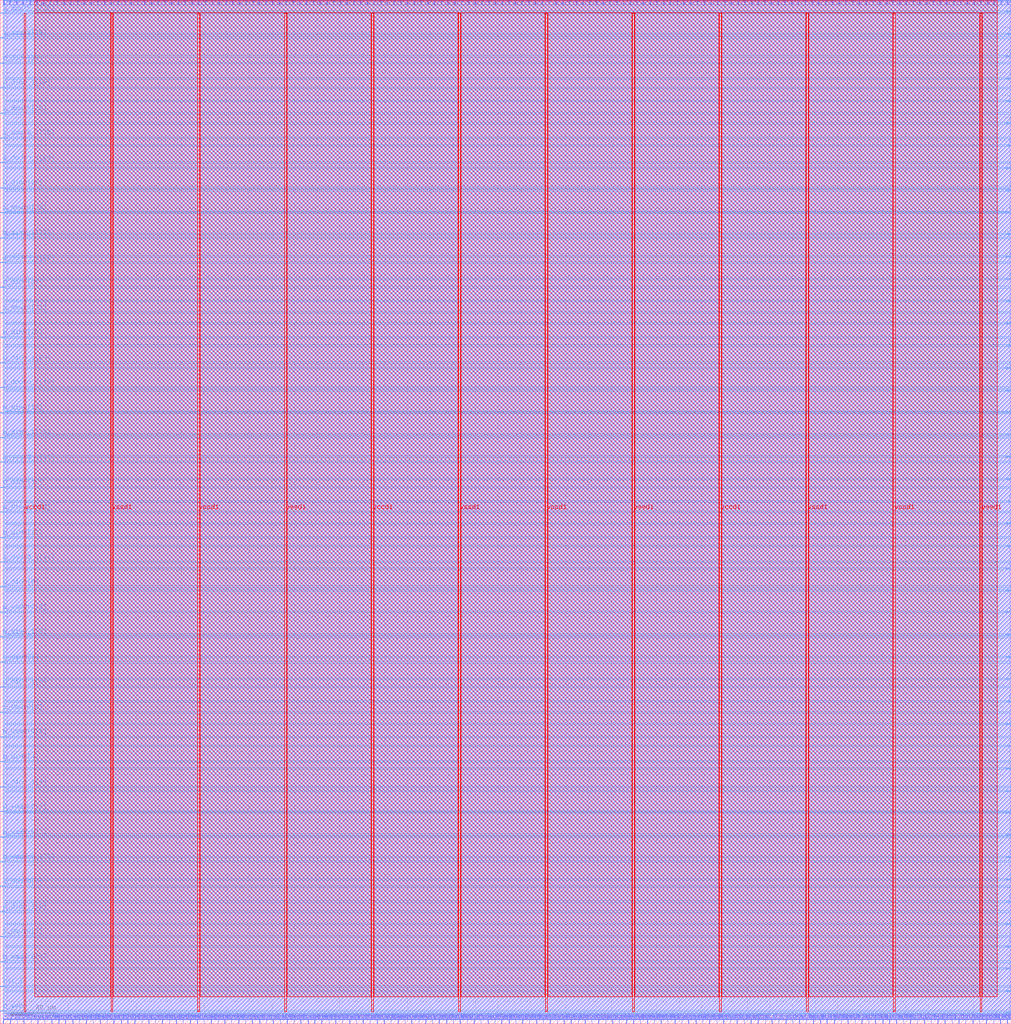
<source format=lef>
VERSION 5.7 ;
  NOWIREEXTENSIONATPIN ON ;
  DIVIDERCHAR "/" ;
  BUSBITCHARS "[]" ;
MACRO user_proj
  CLASS BLOCK ;
  FOREIGN user_proj ;
  ORIGIN 0.000 0.000 ;
  SIZE 893.295 BY 904.015 ;
  PIN clk_i
    DIRECTION INPUT ;
    USE SIGNAL ;
    PORT
      LAYER met2 ;
        RECT 669.390 0.000 669.670 4.000 ;
    END
  END clk_i
  PIN i_dout0[0]
    DIRECTION INPUT ;
    USE SIGNAL ;
    PORT
      LAYER met3 ;
        RECT 889.295 28.600 893.295 29.200 ;
    END
  END i_dout0[0]
  PIN i_dout0[10]
    DIRECTION INPUT ;
    USE SIGNAL ;
    PORT
      LAYER met3 ;
        RECT 889.295 520.240 893.295 520.840 ;
    END
  END i_dout0[10]
  PIN i_dout0[11]
    DIRECTION INPUT ;
    USE SIGNAL ;
    PORT
      LAYER met2 ;
        RECT 779.790 0.000 780.070 4.000 ;
    END
  END i_dout0[11]
  PIN i_dout0[12]
    DIRECTION INPUT ;
    USE SIGNAL ;
    PORT
      LAYER met3 ;
        RECT 889.295 559.000 893.295 559.600 ;
    END
  END i_dout0[12]
  PIN i_dout0[13]
    DIRECTION INPUT ;
    USE SIGNAL ;
    PORT
      LAYER met2 ;
        RECT 791.750 0.000 792.030 4.000 ;
    END
  END i_dout0[13]
  PIN i_dout0[14]
    DIRECTION INPUT ;
    USE SIGNAL ;
    PORT
      LAYER met2 ;
        RECT 783.010 900.015 783.290 904.015 ;
    END
  END i_dout0[14]
  PIN i_dout0[15]
    DIRECTION INPUT ;
    USE SIGNAL ;
    PORT
      LAYER met2 ;
        RECT 804.170 0.000 804.450 4.000 ;
    END
  END i_dout0[15]
  PIN i_dout0[16]
    DIRECTION INPUT ;
    USE SIGNAL ;
    PORT
      LAYER met2 ;
        RECT 816.590 0.000 816.870 4.000 ;
    END
  END i_dout0[16]
  PIN i_dout0[17]
    DIRECTION INPUT ;
    USE SIGNAL ;
    PORT
      LAYER met2 ;
        RECT 834.530 0.000 834.810 4.000 ;
    END
  END i_dout0[17]
  PIN i_dout0[18]
    DIRECTION INPUT ;
    USE SIGNAL ;
    PORT
      LAYER met2 ;
        RECT 806.470 900.015 806.750 904.015 ;
    END
  END i_dout0[18]
  PIN i_dout0[19]
    DIRECTION INPUT ;
    USE SIGNAL ;
    PORT
      LAYER met2 ;
        RECT 812.450 900.015 812.730 904.015 ;
    END
  END i_dout0[19]
  PIN i_dout0[1]
    DIRECTION INPUT ;
    USE SIGNAL ;
    PORT
      LAYER met3 ;
        RECT 0.000 76.880 4.000 77.480 ;
    END
  END i_dout0[1]
  PIN i_dout0[20]
    DIRECTION INPUT ;
    USE SIGNAL ;
    PORT
      LAYER met3 ;
        RECT 889.295 697.040 893.295 697.640 ;
    END
  END i_dout0[20]
  PIN i_dout0[21]
    DIRECTION INPUT ;
    USE SIGNAL ;
    PORT
      LAYER met3 ;
        RECT 0.000 627.680 4.000 628.280 ;
    END
  END i_dout0[21]
  PIN i_dout0[22]
    DIRECTION INPUT ;
    USE SIGNAL ;
    PORT
      LAYER met2 ;
        RECT 840.970 0.000 841.250 4.000 ;
    END
  END i_dout0[22]
  PIN i_dout0[23]
    DIRECTION INPUT ;
    USE SIGNAL ;
    PORT
      LAYER met2 ;
        RECT 842.350 900.015 842.630 904.015 ;
    END
  END i_dout0[23]
  PIN i_dout0[24]
    DIRECTION INPUT ;
    USE SIGNAL ;
    PORT
      LAYER met3 ;
        RECT 0.000 716.080 4.000 716.680 ;
    END
  END i_dout0[24]
  PIN i_dout0[25]
    DIRECTION INPUT ;
    USE SIGNAL ;
    PORT
      LAYER met3 ;
        RECT 889.295 794.960 893.295 795.560 ;
    END
  END i_dout0[25]
  PIN i_dout0[26]
    DIRECTION INPUT ;
    USE SIGNAL ;
    PORT
      LAYER met2 ;
        RECT 860.290 900.015 860.570 904.015 ;
    END
  END i_dout0[26]
  PIN i_dout0[27]
    DIRECTION INPUT ;
    USE SIGNAL ;
    PORT
      LAYER met2 ;
        RECT 871.330 0.000 871.610 4.000 ;
    END
  END i_dout0[27]
  PIN i_dout0[28]
    DIRECTION INPUT ;
    USE SIGNAL ;
    PORT
      LAYER met3 ;
        RECT 0.000 803.800 4.000 804.400 ;
    END
  END i_dout0[28]
  PIN i_dout0[29]
    DIRECTION INPUT ;
    USE SIGNAL ;
    PORT
      LAYER met3 ;
        RECT 0.000 870.440 4.000 871.040 ;
    END
  END i_dout0[29]
  PIN i_dout0[2]
    DIRECTION INPUT ;
    USE SIGNAL ;
    PORT
      LAYER met3 ;
        RECT 889.295 205.400 893.295 206.000 ;
    END
  END i_dout0[2]
  PIN i_dout0[30]
    DIRECTION INPUT ;
    USE SIGNAL ;
    PORT
      LAYER met2 ;
        RECT 872.250 900.015 872.530 904.015 ;
    END
  END i_dout0[30]
  PIN i_dout0[31]
    DIRECTION INPUT ;
    USE SIGNAL ;
    PORT
      LAYER met2 ;
        RECT 889.730 0.000 890.010 4.000 ;
    END
  END i_dout0[31]
  PIN i_dout0[3]
    DIRECTION INPUT ;
    USE SIGNAL ;
    PORT
      LAYER met3 ;
        RECT 0.000 121.080 4.000 121.680 ;
    END
  END i_dout0[3]
  PIN i_dout0[4]
    DIRECTION INPUT ;
    USE SIGNAL ;
    PORT
      LAYER met3 ;
        RECT 889.295 323.720 893.295 324.320 ;
    END
  END i_dout0[4]
  PIN i_dout0[5]
    DIRECTION INPUT ;
    USE SIGNAL ;
    PORT
      LAYER met2 ;
        RECT 712.170 0.000 712.450 4.000 ;
    END
  END i_dout0[5]
  PIN i_dout0[6]
    DIRECTION INPUT ;
    USE SIGNAL ;
    PORT
      LAYER met3 ;
        RECT 0.000 274.760 4.000 275.360 ;
    END
  END i_dout0[6]
  PIN i_dout0[7]
    DIRECTION INPUT ;
    USE SIGNAL ;
    PORT
      LAYER met2 ;
        RECT 735.170 900.015 735.450 904.015 ;
    END
  END i_dout0[7]
  PIN i_dout0[8]
    DIRECTION INPUT ;
    USE SIGNAL ;
    PORT
      LAYER met2 ;
        RECT 748.970 0.000 749.250 4.000 ;
    END
  END i_dout0[8]
  PIN i_dout0[9]
    DIRECTION INPUT ;
    USE SIGNAL ;
    PORT
      LAYER met3 ;
        RECT 889.295 500.520 893.295 501.120 ;
    END
  END i_dout0[9]
  PIN i_dout0_1[0]
    DIRECTION INPUT ;
    USE SIGNAL ;
    PORT
      LAYER met2 ;
        RECT 687.330 900.015 687.610 904.015 ;
    END
  END i_dout0_1[0]
  PIN i_dout0_1[10]
    DIRECTION INPUT ;
    USE SIGNAL ;
    PORT
      LAYER met2 ;
        RECT 761.390 0.000 761.670 4.000 ;
    END
  END i_dout0_1[10]
  PIN i_dout0_1[11]
    DIRECTION INPUT ;
    USE SIGNAL ;
    PORT
      LAYER met3 ;
        RECT 0.000 407.360 4.000 407.960 ;
    END
  END i_dout0_1[11]
  PIN i_dout0_1[12]
    DIRECTION INPUT ;
    USE SIGNAL ;
    PORT
      LAYER met3 ;
        RECT 889.295 539.960 893.295 540.560 ;
    END
  END i_dout0_1[12]
  PIN i_dout0_1[13]
    DIRECTION INPUT ;
    USE SIGNAL ;
    PORT
      LAYER met2 ;
        RECT 771.050 900.015 771.330 904.015 ;
    END
  END i_dout0_1[13]
  PIN i_dout0_1[14]
    DIRECTION INPUT ;
    USE SIGNAL ;
    PORT
      LAYER met2 ;
        RECT 777.030 900.015 777.310 904.015 ;
    END
  END i_dout0_1[14]
  PIN i_dout0_1[15]
    DIRECTION INPUT ;
    USE SIGNAL ;
    PORT
      LAYER met2 ;
        RECT 794.510 900.015 794.790 904.015 ;
    END
  END i_dout0_1[15]
  PIN i_dout0_1[16]
    DIRECTION INPUT ;
    USE SIGNAL ;
    PORT
      LAYER met3 ;
        RECT 0.000 495.760 4.000 496.360 ;
    END
  END i_dout0_1[16]
  PIN i_dout0_1[17]
    DIRECTION INPUT ;
    USE SIGNAL ;
    PORT
      LAYER met2 ;
        RECT 828.550 0.000 828.830 4.000 ;
    END
  END i_dout0_1[17]
  PIN i_dout0_1[18]
    DIRECTION INPUT ;
    USE SIGNAL ;
    PORT
      LAYER met3 ;
        RECT 889.295 637.880 893.295 638.480 ;
    END
  END i_dout0_1[18]
  PIN i_dout0_1[19]
    DIRECTION INPUT ;
    USE SIGNAL ;
    PORT
      LAYER met3 ;
        RECT 0.000 561.720 4.000 562.320 ;
    END
  END i_dout0_1[19]
  PIN i_dout0_1[1]
    DIRECTION INPUT ;
    USE SIGNAL ;
    PORT
      LAYER met3 ;
        RECT 889.295 127.200 893.295 127.800 ;
    END
  END i_dout0_1[1]
  PIN i_dout0_1[20]
    DIRECTION INPUT ;
    USE SIGNAL ;
    PORT
      LAYER met2 ;
        RECT 818.430 900.015 818.710 904.015 ;
    END
  END i_dout0_1[20]
  PIN i_dout0_1[21]
    DIRECTION INPUT ;
    USE SIGNAL ;
    PORT
      LAYER met2 ;
        RECT 824.410 900.015 824.690 904.015 ;
    END
  END i_dout0_1[21]
  PIN i_dout0_1[22]
    DIRECTION INPUT ;
    USE SIGNAL ;
    PORT
      LAYER met3 ;
        RECT 0.000 671.880 4.000 672.480 ;
    END
  END i_dout0_1[22]
  PIN i_dout0_1[23]
    DIRECTION INPUT ;
    USE SIGNAL ;
    PORT
      LAYER met2 ;
        RECT 846.950 0.000 847.230 4.000 ;
    END
  END i_dout0_1[23]
  PIN i_dout0_1[24]
    DIRECTION INPUT ;
    USE SIGNAL ;
    PORT
      LAYER met3 ;
        RECT 889.295 755.520 893.295 756.120 ;
    END
  END i_dout0_1[24]
  PIN i_dout0_1[25]
    DIRECTION INPUT ;
    USE SIGNAL ;
    PORT
      LAYER met2 ;
        RECT 854.310 900.015 854.590 904.015 ;
    END
  END i_dout0_1[25]
  PIN i_dout0_1[26]
    DIRECTION INPUT ;
    USE SIGNAL ;
    PORT
      LAYER met3 ;
        RECT 0.000 760.280 4.000 760.880 ;
    END
  END i_dout0_1[26]
  PIN i_dout0_1[27]
    DIRECTION INPUT ;
    USE SIGNAL ;
    PORT
      LAYER met2 ;
        RECT 865.350 0.000 865.630 4.000 ;
    END
  END i_dout0_1[27]
  PIN i_dout0_1[28]
    DIRECTION INPUT ;
    USE SIGNAL ;
    PORT
      LAYER met3 ;
        RECT 0.000 782.040 4.000 782.640 ;
    END
  END i_dout0_1[28]
  PIN i_dout0_1[29]
    DIRECTION INPUT ;
    USE SIGNAL ;
    PORT
      LAYER met2 ;
        RECT 866.270 900.015 866.550 904.015 ;
    END
  END i_dout0_1[29]
  PIN i_dout0_1[2]
    DIRECTION INPUT ;
    USE SIGNAL ;
    PORT
      LAYER met3 ;
        RECT 889.295 186.360 893.295 186.960 ;
    END
  END i_dout0_1[2]
  PIN i_dout0_1[30]
    DIRECTION INPUT ;
    USE SIGNAL ;
    PORT
      LAYER met3 ;
        RECT 0.000 892.200 4.000 892.800 ;
    END
  END i_dout0_1[30]
  PIN i_dout0_1[31]
    DIRECTION INPUT ;
    USE SIGNAL ;
    PORT
      LAYER met3 ;
        RECT 889.295 893.560 893.295 894.160 ;
    END
  END i_dout0_1[31]
  PIN i_dout0_1[3]
    DIRECTION INPUT ;
    USE SIGNAL ;
    PORT
      LAYER met3 ;
        RECT 889.295 244.840 893.295 245.440 ;
    END
  END i_dout0_1[3]
  PIN i_dout0_1[4]
    DIRECTION INPUT ;
    USE SIGNAL ;
    PORT
      LAYER met2 ;
        RECT 723.210 900.015 723.490 904.015 ;
    END
  END i_dout0_1[4]
  PIN i_dout0_1[5]
    DIRECTION INPUT ;
    USE SIGNAL ;
    PORT
      LAYER met2 ;
        RECT 706.190 0.000 706.470 4.000 ;
    END
  END i_dout0_1[5]
  PIN i_dout0_1[6]
    DIRECTION INPUT ;
    USE SIGNAL ;
    PORT
      LAYER met3 ;
        RECT 889.295 382.200 893.295 382.800 ;
    END
  END i_dout0_1[6]
  PIN i_dout0_1[7]
    DIRECTION INPUT ;
    USE SIGNAL ;
    PORT
      LAYER met3 ;
        RECT 889.295 421.640 893.295 422.240 ;
    END
  END i_dout0_1[7]
  PIN i_dout0_1[8]
    DIRECTION INPUT ;
    USE SIGNAL ;
    PORT
      LAYER met2 ;
        RECT 742.990 0.000 743.270 4.000 ;
    END
  END i_dout0_1[8]
  PIN i_dout0_1[9]
    DIRECTION INPUT ;
    USE SIGNAL ;
    PORT
      LAYER met3 ;
        RECT 889.295 480.800 893.295 481.400 ;
    END
  END i_dout0_1[9]
  PIN io_in[0]
    DIRECTION INPUT ;
    USE SIGNAL ;
    PORT
      LAYER met2 ;
        RECT 2.850 900.015 3.130 904.015 ;
    END
  END io_in[0]
  PIN io_in[10]
    DIRECTION INPUT ;
    USE SIGNAL ;
    PORT
      LAYER met2 ;
        RECT 181.330 900.015 181.610 904.015 ;
    END
  END io_in[10]
  PIN io_in[11]
    DIRECTION INPUT ;
    USE SIGNAL ;
    PORT
      LAYER met2 ;
        RECT 199.270 900.015 199.550 904.015 ;
    END
  END io_in[11]
  PIN io_in[12]
    DIRECTION INPUT ;
    USE SIGNAL ;
    PORT
      LAYER met2 ;
        RECT 217.210 900.015 217.490 904.015 ;
    END
  END io_in[12]
  PIN io_in[13]
    DIRECTION INPUT ;
    USE SIGNAL ;
    PORT
      LAYER met2 ;
        RECT 234.690 900.015 234.970 904.015 ;
    END
  END io_in[13]
  PIN io_in[14]
    DIRECTION INPUT ;
    USE SIGNAL ;
    PORT
      LAYER met2 ;
        RECT 252.630 900.015 252.910 904.015 ;
    END
  END io_in[14]
  PIN io_in[15]
    DIRECTION INPUT ;
    USE SIGNAL ;
    PORT
      LAYER met2 ;
        RECT 270.570 900.015 270.850 904.015 ;
    END
  END io_in[15]
  PIN io_in[16]
    DIRECTION INPUT ;
    USE SIGNAL ;
    PORT
      LAYER met2 ;
        RECT 288.510 900.015 288.790 904.015 ;
    END
  END io_in[16]
  PIN io_in[17]
    DIRECTION INPUT ;
    USE SIGNAL ;
    PORT
      LAYER met2 ;
        RECT 306.450 900.015 306.730 904.015 ;
    END
  END io_in[17]
  PIN io_in[18]
    DIRECTION INPUT ;
    USE SIGNAL ;
    PORT
      LAYER met2 ;
        RECT 324.390 900.015 324.670 904.015 ;
    END
  END io_in[18]
  PIN io_in[19]
    DIRECTION INPUT ;
    USE SIGNAL ;
    PORT
      LAYER met2 ;
        RECT 341.870 900.015 342.150 904.015 ;
    END
  END io_in[19]
  PIN io_in[1]
    DIRECTION INPUT ;
    USE SIGNAL ;
    PORT
      LAYER met2 ;
        RECT 20.330 900.015 20.610 904.015 ;
    END
  END io_in[1]
  PIN io_in[20]
    DIRECTION INPUT ;
    USE SIGNAL ;
    PORT
      LAYER met2 ;
        RECT 359.810 900.015 360.090 904.015 ;
    END
  END io_in[20]
  PIN io_in[21]
    DIRECTION INPUT ;
    USE SIGNAL ;
    PORT
      LAYER met2 ;
        RECT 377.750 900.015 378.030 904.015 ;
    END
  END io_in[21]
  PIN io_in[22]
    DIRECTION INPUT ;
    USE SIGNAL ;
    PORT
      LAYER met2 ;
        RECT 395.690 900.015 395.970 904.015 ;
    END
  END io_in[22]
  PIN io_in[23]
    DIRECTION INPUT ;
    USE SIGNAL ;
    PORT
      LAYER met2 ;
        RECT 413.630 900.015 413.910 904.015 ;
    END
  END io_in[23]
  PIN io_in[24]
    DIRECTION INPUT ;
    USE SIGNAL ;
    PORT
      LAYER met2 ;
        RECT 431.570 900.015 431.850 904.015 ;
    END
  END io_in[24]
  PIN io_in[25]
    DIRECTION INPUT ;
    USE SIGNAL ;
    PORT
      LAYER met2 ;
        RECT 449.510 900.015 449.790 904.015 ;
    END
  END io_in[25]
  PIN io_in[26]
    DIRECTION INPUT ;
    USE SIGNAL ;
    PORT
      LAYER met2 ;
        RECT 466.990 900.015 467.270 904.015 ;
    END
  END io_in[26]
  PIN io_in[27]
    DIRECTION INPUT ;
    USE SIGNAL ;
    PORT
      LAYER met2 ;
        RECT 484.930 900.015 485.210 904.015 ;
    END
  END io_in[27]
  PIN io_in[28]
    DIRECTION INPUT ;
    USE SIGNAL ;
    PORT
      LAYER met2 ;
        RECT 502.870 900.015 503.150 904.015 ;
    END
  END io_in[28]
  PIN io_in[29]
    DIRECTION INPUT ;
    USE SIGNAL ;
    PORT
      LAYER met2 ;
        RECT 520.810 900.015 521.090 904.015 ;
    END
  END io_in[29]
  PIN io_in[2]
    DIRECTION INPUT ;
    USE SIGNAL ;
    PORT
      LAYER met2 ;
        RECT 38.270 900.015 38.550 904.015 ;
    END
  END io_in[2]
  PIN io_in[30]
    DIRECTION INPUT ;
    USE SIGNAL ;
    PORT
      LAYER met2 ;
        RECT 538.750 900.015 539.030 904.015 ;
    END
  END io_in[30]
  PIN io_in[31]
    DIRECTION INPUT ;
    USE SIGNAL ;
    PORT
      LAYER met2 ;
        RECT 556.690 900.015 556.970 904.015 ;
    END
  END io_in[31]
  PIN io_in[32]
    DIRECTION INPUT ;
    USE SIGNAL ;
    PORT
      LAYER met2 ;
        RECT 574.170 900.015 574.450 904.015 ;
    END
  END io_in[32]
  PIN io_in[33]
    DIRECTION INPUT ;
    USE SIGNAL ;
    PORT
      LAYER met2 ;
        RECT 592.110 900.015 592.390 904.015 ;
    END
  END io_in[33]
  PIN io_in[34]
    DIRECTION INPUT ;
    USE SIGNAL ;
    PORT
      LAYER met2 ;
        RECT 610.050 900.015 610.330 904.015 ;
    END
  END io_in[34]
  PIN io_in[35]
    DIRECTION INPUT ;
    USE SIGNAL ;
    PORT
      LAYER met2 ;
        RECT 627.990 900.015 628.270 904.015 ;
    END
  END io_in[35]
  PIN io_in[36]
    DIRECTION INPUT ;
    USE SIGNAL ;
    PORT
      LAYER met2 ;
        RECT 645.930 900.015 646.210 904.015 ;
    END
  END io_in[36]
  PIN io_in[37]
    DIRECTION INPUT ;
    USE SIGNAL ;
    PORT
      LAYER met2 ;
        RECT 663.870 900.015 664.150 904.015 ;
    END
  END io_in[37]
  PIN io_in[3]
    DIRECTION INPUT ;
    USE SIGNAL ;
    PORT
      LAYER met2 ;
        RECT 56.210 900.015 56.490 904.015 ;
    END
  END io_in[3]
  PIN io_in[4]
    DIRECTION INPUT ;
    USE SIGNAL ;
    PORT
      LAYER met2 ;
        RECT 74.150 900.015 74.430 904.015 ;
    END
  END io_in[4]
  PIN io_in[5]
    DIRECTION INPUT ;
    USE SIGNAL ;
    PORT
      LAYER met2 ;
        RECT 92.090 900.015 92.370 904.015 ;
    END
  END io_in[5]
  PIN io_in[6]
    DIRECTION INPUT ;
    USE SIGNAL ;
    PORT
      LAYER met2 ;
        RECT 110.030 900.015 110.310 904.015 ;
    END
  END io_in[6]
  PIN io_in[7]
    DIRECTION INPUT ;
    USE SIGNAL ;
    PORT
      LAYER met2 ;
        RECT 127.510 900.015 127.790 904.015 ;
    END
  END io_in[7]
  PIN io_in[8]
    DIRECTION INPUT ;
    USE SIGNAL ;
    PORT
      LAYER met2 ;
        RECT 145.450 900.015 145.730 904.015 ;
    END
  END io_in[8]
  PIN io_in[9]
    DIRECTION INPUT ;
    USE SIGNAL ;
    PORT
      LAYER met2 ;
        RECT 163.390 900.015 163.670 904.015 ;
    END
  END io_in[9]
  PIN io_oeb[0]
    DIRECTION OUTPUT TRISTATE ;
    USE SIGNAL ;
    PORT
      LAYER met2 ;
        RECT 8.370 900.015 8.650 904.015 ;
    END
  END io_oeb[0]
  PIN io_oeb[10]
    DIRECTION OUTPUT TRISTATE ;
    USE SIGNAL ;
    PORT
      LAYER met2 ;
        RECT 187.310 900.015 187.590 904.015 ;
    END
  END io_oeb[10]
  PIN io_oeb[11]
    DIRECTION OUTPUT TRISTATE ;
    USE SIGNAL ;
    PORT
      LAYER met2 ;
        RECT 205.250 900.015 205.530 904.015 ;
    END
  END io_oeb[11]
  PIN io_oeb[12]
    DIRECTION OUTPUT TRISTATE ;
    USE SIGNAL ;
    PORT
      LAYER met2 ;
        RECT 223.190 900.015 223.470 904.015 ;
    END
  END io_oeb[12]
  PIN io_oeb[13]
    DIRECTION OUTPUT TRISTATE ;
    USE SIGNAL ;
    PORT
      LAYER met2 ;
        RECT 240.670 900.015 240.950 904.015 ;
    END
  END io_oeb[13]
  PIN io_oeb[14]
    DIRECTION OUTPUT TRISTATE ;
    USE SIGNAL ;
    PORT
      LAYER met2 ;
        RECT 258.610 900.015 258.890 904.015 ;
    END
  END io_oeb[14]
  PIN io_oeb[15]
    DIRECTION OUTPUT TRISTATE ;
    USE SIGNAL ;
    PORT
      LAYER met2 ;
        RECT 276.550 900.015 276.830 904.015 ;
    END
  END io_oeb[15]
  PIN io_oeb[16]
    DIRECTION OUTPUT TRISTATE ;
    USE SIGNAL ;
    PORT
      LAYER met2 ;
        RECT 294.490 900.015 294.770 904.015 ;
    END
  END io_oeb[16]
  PIN io_oeb[17]
    DIRECTION OUTPUT TRISTATE ;
    USE SIGNAL ;
    PORT
      LAYER met2 ;
        RECT 312.430 900.015 312.710 904.015 ;
    END
  END io_oeb[17]
  PIN io_oeb[18]
    DIRECTION OUTPUT TRISTATE ;
    USE SIGNAL ;
    PORT
      LAYER met2 ;
        RECT 330.370 900.015 330.650 904.015 ;
    END
  END io_oeb[18]
  PIN io_oeb[19]
    DIRECTION OUTPUT TRISTATE ;
    USE SIGNAL ;
    PORT
      LAYER met2 ;
        RECT 347.850 900.015 348.130 904.015 ;
    END
  END io_oeb[19]
  PIN io_oeb[1]
    DIRECTION OUTPUT TRISTATE ;
    USE SIGNAL ;
    PORT
      LAYER met2 ;
        RECT 26.310 900.015 26.590 904.015 ;
    END
  END io_oeb[1]
  PIN io_oeb[20]
    DIRECTION OUTPUT TRISTATE ;
    USE SIGNAL ;
    PORT
      LAYER met2 ;
        RECT 365.790 900.015 366.070 904.015 ;
    END
  END io_oeb[20]
  PIN io_oeb[21]
    DIRECTION OUTPUT TRISTATE ;
    USE SIGNAL ;
    PORT
      LAYER met2 ;
        RECT 383.730 900.015 384.010 904.015 ;
    END
  END io_oeb[21]
  PIN io_oeb[22]
    DIRECTION OUTPUT TRISTATE ;
    USE SIGNAL ;
    PORT
      LAYER met2 ;
        RECT 401.670 900.015 401.950 904.015 ;
    END
  END io_oeb[22]
  PIN io_oeb[23]
    DIRECTION OUTPUT TRISTATE ;
    USE SIGNAL ;
    PORT
      LAYER met2 ;
        RECT 419.610 900.015 419.890 904.015 ;
    END
  END io_oeb[23]
  PIN io_oeb[24]
    DIRECTION OUTPUT TRISTATE ;
    USE SIGNAL ;
    PORT
      LAYER met2 ;
        RECT 437.550 900.015 437.830 904.015 ;
    END
  END io_oeb[24]
  PIN io_oeb[25]
    DIRECTION OUTPUT TRISTATE ;
    USE SIGNAL ;
    PORT
      LAYER met2 ;
        RECT 455.030 900.015 455.310 904.015 ;
    END
  END io_oeb[25]
  PIN io_oeb[26]
    DIRECTION OUTPUT TRISTATE ;
    USE SIGNAL ;
    PORT
      LAYER met2 ;
        RECT 472.970 900.015 473.250 904.015 ;
    END
  END io_oeb[26]
  PIN io_oeb[27]
    DIRECTION OUTPUT TRISTATE ;
    USE SIGNAL ;
    PORT
      LAYER met2 ;
        RECT 490.910 900.015 491.190 904.015 ;
    END
  END io_oeb[27]
  PIN io_oeb[28]
    DIRECTION OUTPUT TRISTATE ;
    USE SIGNAL ;
    PORT
      LAYER met2 ;
        RECT 508.850 900.015 509.130 904.015 ;
    END
  END io_oeb[28]
  PIN io_oeb[29]
    DIRECTION OUTPUT TRISTATE ;
    USE SIGNAL ;
    PORT
      LAYER met2 ;
        RECT 526.790 900.015 527.070 904.015 ;
    END
  END io_oeb[29]
  PIN io_oeb[2]
    DIRECTION OUTPUT TRISTATE ;
    USE SIGNAL ;
    PORT
      LAYER met2 ;
        RECT 44.250 900.015 44.530 904.015 ;
    END
  END io_oeb[2]
  PIN io_oeb[30]
    DIRECTION OUTPUT TRISTATE ;
    USE SIGNAL ;
    PORT
      LAYER met2 ;
        RECT 544.730 900.015 545.010 904.015 ;
    END
  END io_oeb[30]
  PIN io_oeb[31]
    DIRECTION OUTPUT TRISTATE ;
    USE SIGNAL ;
    PORT
      LAYER met2 ;
        RECT 562.210 900.015 562.490 904.015 ;
    END
  END io_oeb[31]
  PIN io_oeb[32]
    DIRECTION OUTPUT TRISTATE ;
    USE SIGNAL ;
    PORT
      LAYER met2 ;
        RECT 580.150 900.015 580.430 904.015 ;
    END
  END io_oeb[32]
  PIN io_oeb[33]
    DIRECTION OUTPUT TRISTATE ;
    USE SIGNAL ;
    PORT
      LAYER met2 ;
        RECT 598.090 900.015 598.370 904.015 ;
    END
  END io_oeb[33]
  PIN io_oeb[34]
    DIRECTION OUTPUT TRISTATE ;
    USE SIGNAL ;
    PORT
      LAYER met2 ;
        RECT 616.030 900.015 616.310 904.015 ;
    END
  END io_oeb[34]
  PIN io_oeb[35]
    DIRECTION OUTPUT TRISTATE ;
    USE SIGNAL ;
    PORT
      LAYER met2 ;
        RECT 633.970 900.015 634.250 904.015 ;
    END
  END io_oeb[35]
  PIN io_oeb[36]
    DIRECTION OUTPUT TRISTATE ;
    USE SIGNAL ;
    PORT
      LAYER met2 ;
        RECT 651.910 900.015 652.190 904.015 ;
    END
  END io_oeb[36]
  PIN io_oeb[37]
    DIRECTION OUTPUT TRISTATE ;
    USE SIGNAL ;
    PORT
      LAYER met2 ;
        RECT 669.850 900.015 670.130 904.015 ;
    END
  END io_oeb[37]
  PIN io_oeb[3]
    DIRECTION OUTPUT TRISTATE ;
    USE SIGNAL ;
    PORT
      LAYER met2 ;
        RECT 62.190 900.015 62.470 904.015 ;
    END
  END io_oeb[3]
  PIN io_oeb[4]
    DIRECTION OUTPUT TRISTATE ;
    USE SIGNAL ;
    PORT
      LAYER met2 ;
        RECT 80.130 900.015 80.410 904.015 ;
    END
  END io_oeb[4]
  PIN io_oeb[5]
    DIRECTION OUTPUT TRISTATE ;
    USE SIGNAL ;
    PORT
      LAYER met2 ;
        RECT 98.070 900.015 98.350 904.015 ;
    END
  END io_oeb[5]
  PIN io_oeb[6]
    DIRECTION OUTPUT TRISTATE ;
    USE SIGNAL ;
    PORT
      LAYER met2 ;
        RECT 115.550 900.015 115.830 904.015 ;
    END
  END io_oeb[6]
  PIN io_oeb[7]
    DIRECTION OUTPUT TRISTATE ;
    USE SIGNAL ;
    PORT
      LAYER met2 ;
        RECT 133.490 900.015 133.770 904.015 ;
    END
  END io_oeb[7]
  PIN io_oeb[8]
    DIRECTION OUTPUT TRISTATE ;
    USE SIGNAL ;
    PORT
      LAYER met2 ;
        RECT 151.430 900.015 151.710 904.015 ;
    END
  END io_oeb[8]
  PIN io_oeb[9]
    DIRECTION OUTPUT TRISTATE ;
    USE SIGNAL ;
    PORT
      LAYER met2 ;
        RECT 169.370 900.015 169.650 904.015 ;
    END
  END io_oeb[9]
  PIN io_out[0]
    DIRECTION OUTPUT TRISTATE ;
    USE SIGNAL ;
    PORT
      LAYER met2 ;
        RECT 14.350 900.015 14.630 904.015 ;
    END
  END io_out[0]
  PIN io_out[10]
    DIRECTION OUTPUT TRISTATE ;
    USE SIGNAL ;
    PORT
      LAYER met2 ;
        RECT 193.290 900.015 193.570 904.015 ;
    END
  END io_out[10]
  PIN io_out[11]
    DIRECTION OUTPUT TRISTATE ;
    USE SIGNAL ;
    PORT
      LAYER met2 ;
        RECT 211.230 900.015 211.510 904.015 ;
    END
  END io_out[11]
  PIN io_out[12]
    DIRECTION OUTPUT TRISTATE ;
    USE SIGNAL ;
    PORT
      LAYER met2 ;
        RECT 228.710 900.015 228.990 904.015 ;
    END
  END io_out[12]
  PIN io_out[13]
    DIRECTION OUTPUT TRISTATE ;
    USE SIGNAL ;
    PORT
      LAYER met2 ;
        RECT 246.650 900.015 246.930 904.015 ;
    END
  END io_out[13]
  PIN io_out[14]
    DIRECTION OUTPUT TRISTATE ;
    USE SIGNAL ;
    PORT
      LAYER met2 ;
        RECT 264.590 900.015 264.870 904.015 ;
    END
  END io_out[14]
  PIN io_out[15]
    DIRECTION OUTPUT TRISTATE ;
    USE SIGNAL ;
    PORT
      LAYER met2 ;
        RECT 282.530 900.015 282.810 904.015 ;
    END
  END io_out[15]
  PIN io_out[16]
    DIRECTION OUTPUT TRISTATE ;
    USE SIGNAL ;
    PORT
      LAYER met2 ;
        RECT 300.470 900.015 300.750 904.015 ;
    END
  END io_out[16]
  PIN io_out[17]
    DIRECTION OUTPUT TRISTATE ;
    USE SIGNAL ;
    PORT
      LAYER met2 ;
        RECT 318.410 900.015 318.690 904.015 ;
    END
  END io_out[17]
  PIN io_out[18]
    DIRECTION OUTPUT TRISTATE ;
    USE SIGNAL ;
    PORT
      LAYER met2 ;
        RECT 336.350 900.015 336.630 904.015 ;
    END
  END io_out[18]
  PIN io_out[19]
    DIRECTION OUTPUT TRISTATE ;
    USE SIGNAL ;
    PORT
      LAYER met2 ;
        RECT 353.830 900.015 354.110 904.015 ;
    END
  END io_out[19]
  PIN io_out[1]
    DIRECTION OUTPUT TRISTATE ;
    USE SIGNAL ;
    PORT
      LAYER met2 ;
        RECT 32.290 900.015 32.570 904.015 ;
    END
  END io_out[1]
  PIN io_out[20]
    DIRECTION OUTPUT TRISTATE ;
    USE SIGNAL ;
    PORT
      LAYER met2 ;
        RECT 371.770 900.015 372.050 904.015 ;
    END
  END io_out[20]
  PIN io_out[21]
    DIRECTION OUTPUT TRISTATE ;
    USE SIGNAL ;
    PORT
      LAYER met2 ;
        RECT 389.710 900.015 389.990 904.015 ;
    END
  END io_out[21]
  PIN io_out[22]
    DIRECTION OUTPUT TRISTATE ;
    USE SIGNAL ;
    PORT
      LAYER met2 ;
        RECT 407.650 900.015 407.930 904.015 ;
    END
  END io_out[22]
  PIN io_out[23]
    DIRECTION OUTPUT TRISTATE ;
    USE SIGNAL ;
    PORT
      LAYER met2 ;
        RECT 425.590 900.015 425.870 904.015 ;
    END
  END io_out[23]
  PIN io_out[24]
    DIRECTION OUTPUT TRISTATE ;
    USE SIGNAL ;
    PORT
      LAYER met2 ;
        RECT 443.530 900.015 443.810 904.015 ;
    END
  END io_out[24]
  PIN io_out[25]
    DIRECTION OUTPUT TRISTATE ;
    USE SIGNAL ;
    PORT
      LAYER met2 ;
        RECT 461.010 900.015 461.290 904.015 ;
    END
  END io_out[25]
  PIN io_out[26]
    DIRECTION OUTPUT TRISTATE ;
    USE SIGNAL ;
    PORT
      LAYER met2 ;
        RECT 478.950 900.015 479.230 904.015 ;
    END
  END io_out[26]
  PIN io_out[27]
    DIRECTION OUTPUT TRISTATE ;
    USE SIGNAL ;
    PORT
      LAYER met2 ;
        RECT 496.890 900.015 497.170 904.015 ;
    END
  END io_out[27]
  PIN io_out[28]
    DIRECTION OUTPUT TRISTATE ;
    USE SIGNAL ;
    PORT
      LAYER met2 ;
        RECT 514.830 900.015 515.110 904.015 ;
    END
  END io_out[28]
  PIN io_out[29]
    DIRECTION OUTPUT TRISTATE ;
    USE SIGNAL ;
    PORT
      LAYER met2 ;
        RECT 532.770 900.015 533.050 904.015 ;
    END
  END io_out[29]
  PIN io_out[2]
    DIRECTION OUTPUT TRISTATE ;
    USE SIGNAL ;
    PORT
      LAYER met2 ;
        RECT 50.230 900.015 50.510 904.015 ;
    END
  END io_out[2]
  PIN io_out[30]
    DIRECTION OUTPUT TRISTATE ;
    USE SIGNAL ;
    PORT
      LAYER met2 ;
        RECT 550.710 900.015 550.990 904.015 ;
    END
  END io_out[30]
  PIN io_out[31]
    DIRECTION OUTPUT TRISTATE ;
    USE SIGNAL ;
    PORT
      LAYER met2 ;
        RECT 568.190 900.015 568.470 904.015 ;
    END
  END io_out[31]
  PIN io_out[32]
    DIRECTION OUTPUT TRISTATE ;
    USE SIGNAL ;
    PORT
      LAYER met2 ;
        RECT 586.130 900.015 586.410 904.015 ;
    END
  END io_out[32]
  PIN io_out[33]
    DIRECTION OUTPUT TRISTATE ;
    USE SIGNAL ;
    PORT
      LAYER met2 ;
        RECT 604.070 900.015 604.350 904.015 ;
    END
  END io_out[33]
  PIN io_out[34]
    DIRECTION OUTPUT TRISTATE ;
    USE SIGNAL ;
    PORT
      LAYER met2 ;
        RECT 622.010 900.015 622.290 904.015 ;
    END
  END io_out[34]
  PIN io_out[35]
    DIRECTION OUTPUT TRISTATE ;
    USE SIGNAL ;
    PORT
      LAYER met2 ;
        RECT 639.950 900.015 640.230 904.015 ;
    END
  END io_out[35]
  PIN io_out[36]
    DIRECTION OUTPUT TRISTATE ;
    USE SIGNAL ;
    PORT
      LAYER met2 ;
        RECT 657.890 900.015 658.170 904.015 ;
    END
  END io_out[36]
  PIN io_out[37]
    DIRECTION OUTPUT TRISTATE ;
    USE SIGNAL ;
    PORT
      LAYER met2 ;
        RECT 675.370 900.015 675.650 904.015 ;
    END
  END io_out[37]
  PIN io_out[3]
    DIRECTION OUTPUT TRISTATE ;
    USE SIGNAL ;
    PORT
      LAYER met2 ;
        RECT 68.170 900.015 68.450 904.015 ;
    END
  END io_out[3]
  PIN io_out[4]
    DIRECTION OUTPUT TRISTATE ;
    USE SIGNAL ;
    PORT
      LAYER met2 ;
        RECT 86.110 900.015 86.390 904.015 ;
    END
  END io_out[4]
  PIN io_out[5]
    DIRECTION OUTPUT TRISTATE ;
    USE SIGNAL ;
    PORT
      LAYER met2 ;
        RECT 104.050 900.015 104.330 904.015 ;
    END
  END io_out[5]
  PIN io_out[6]
    DIRECTION OUTPUT TRISTATE ;
    USE SIGNAL ;
    PORT
      LAYER met2 ;
        RECT 121.530 900.015 121.810 904.015 ;
    END
  END io_out[6]
  PIN io_out[7]
    DIRECTION OUTPUT TRISTATE ;
    USE SIGNAL ;
    PORT
      LAYER met2 ;
        RECT 139.470 900.015 139.750 904.015 ;
    END
  END io_out[7]
  PIN io_out[8]
    DIRECTION OUTPUT TRISTATE ;
    USE SIGNAL ;
    PORT
      LAYER met2 ;
        RECT 157.410 900.015 157.690 904.015 ;
    END
  END io_out[8]
  PIN io_out[9]
    DIRECTION OUTPUT TRISTATE ;
    USE SIGNAL ;
    PORT
      LAYER met2 ;
        RECT 175.350 900.015 175.630 904.015 ;
    END
  END io_out[9]
  PIN irq[0]
    DIRECTION OUTPUT TRISTATE ;
    USE SIGNAL ;
    PORT
      LAYER met2 ;
        RECT 650.990 0.000 651.270 4.000 ;
    END
  END irq[0]
  PIN irq[1]
    DIRECTION OUTPUT TRISTATE ;
    USE SIGNAL ;
    PORT
      LAYER met2 ;
        RECT 657.430 0.000 657.710 4.000 ;
    END
  END irq[1]
  PIN irq[2]
    DIRECTION OUTPUT TRISTATE ;
    USE SIGNAL ;
    PORT
      LAYER met2 ;
        RECT 663.410 0.000 663.690 4.000 ;
    END
  END irq[2]
  PIN o_csb0
    DIRECTION OUTPUT TRISTATE ;
    USE SIGNAL ;
    PORT
      LAYER met2 ;
        RECT 681.350 900.015 681.630 904.015 ;
    END
  END o_csb0
  PIN o_csb0_1
    DIRECTION OUTPUT TRISTATE ;
    USE SIGNAL ;
    PORT
      LAYER met2 ;
        RECT 675.830 0.000 676.110 4.000 ;
    END
  END o_csb0_1
  PIN o_din0[0]
    DIRECTION OUTPUT TRISTATE ;
    USE SIGNAL ;
    PORT
      LAYER met3 ;
        RECT 889.295 48.320 893.295 48.920 ;
    END
  END o_din0[0]
  PIN o_din0[10]
    DIRECTION OUTPUT TRISTATE ;
    USE SIGNAL ;
    PORT
      LAYER met2 ;
        RECT 773.350 0.000 773.630 4.000 ;
    END
  END o_din0[10]
  PIN o_din0[11]
    DIRECTION OUTPUT TRISTATE ;
    USE SIGNAL ;
    PORT
      LAYER met2 ;
        RECT 765.070 900.015 765.350 904.015 ;
    END
  END o_din0[11]
  PIN o_din0[12]
    DIRECTION OUTPUT TRISTATE ;
    USE SIGNAL ;
    PORT
      LAYER met3 ;
        RECT 0.000 429.120 4.000 429.720 ;
    END
  END o_din0[12]
  PIN o_din0[13]
    DIRECTION OUTPUT TRISTATE ;
    USE SIGNAL ;
    PORT
      LAYER met3 ;
        RECT 0.000 473.320 4.000 473.920 ;
    END
  END o_din0[13]
  PIN o_din0[14]
    DIRECTION OUTPUT TRISTATE ;
    USE SIGNAL ;
    PORT
      LAYER met2 ;
        RECT 798.190 0.000 798.470 4.000 ;
    END
  END o_din0[14]
  PIN o_din0[15]
    DIRECTION OUTPUT TRISTATE ;
    USE SIGNAL ;
    PORT
      LAYER met2 ;
        RECT 810.150 0.000 810.430 4.000 ;
    END
  END o_din0[15]
  PIN o_din0[16]
    DIRECTION OUTPUT TRISTATE ;
    USE SIGNAL ;
    PORT
      LAYER met3 ;
        RECT 889.295 598.440 893.295 599.040 ;
    END
  END o_din0[16]
  PIN o_din0[17]
    DIRECTION OUTPUT TRISTATE ;
    USE SIGNAL ;
    PORT
      LAYER met2 ;
        RECT 800.490 900.015 800.770 904.015 ;
    END
  END o_din0[17]
  PIN o_din0[18]
    DIRECTION OUTPUT TRISTATE ;
    USE SIGNAL ;
    PORT
      LAYER met3 ;
        RECT 0.000 539.280 4.000 539.880 ;
    END
  END o_din0[18]
  PIN o_din0[19]
    DIRECTION OUTPUT TRISTATE ;
    USE SIGNAL ;
    PORT
      LAYER met3 ;
        RECT 889.295 677.320 893.295 677.920 ;
    END
  END o_din0[19]
  PIN o_din0[1]
    DIRECTION OUTPUT TRISTATE ;
    USE SIGNAL ;
    PORT
      LAYER met2 ;
        RECT 687.790 0.000 688.070 4.000 ;
    END
  END o_din0[1]
  PIN o_din0[20]
    DIRECTION OUTPUT TRISTATE ;
    USE SIGNAL ;
    PORT
      LAYER met3 ;
        RECT 0.000 605.920 4.000 606.520 ;
    END
  END o_din0[20]
  PIN o_din0[21]
    DIRECTION OUTPUT TRISTATE ;
    USE SIGNAL ;
    PORT
      LAYER met3 ;
        RECT 0.000 650.120 4.000 650.720 ;
    END
  END o_din0[21]
  PIN o_din0[22]
    DIRECTION OUTPUT TRISTATE ;
    USE SIGNAL ;
    PORT
      LAYER met2 ;
        RECT 836.370 900.015 836.650 904.015 ;
    END
  END o_din0[22]
  PIN o_din0[23]
    DIRECTION OUTPUT TRISTATE ;
    USE SIGNAL ;
    PORT
      LAYER met3 ;
        RECT 889.295 735.800 893.295 736.400 ;
    END
  END o_din0[23]
  PIN o_din0[24]
    DIRECTION OUTPUT TRISTATE ;
    USE SIGNAL ;
    PORT
      LAYER met3 ;
        RECT 889.295 775.240 893.295 775.840 ;
    END
  END o_din0[24]
  PIN o_din0[25]
    DIRECTION OUTPUT TRISTATE ;
    USE SIGNAL ;
    PORT
      LAYER met3 ;
        RECT 0.000 737.840 4.000 738.440 ;
    END
  END o_din0[25]
  PIN o_din0[26]
    DIRECTION OUTPUT TRISTATE ;
    USE SIGNAL ;
    PORT
      LAYER met2 ;
        RECT 859.370 0.000 859.650 4.000 ;
    END
  END o_din0[26]
  PIN o_din0[27]
    DIRECTION OUTPUT TRISTATE ;
    USE SIGNAL ;
    PORT
      LAYER met3 ;
        RECT 889.295 834.400 893.295 835.000 ;
    END
  END o_din0[27]
  PIN o_din0[28]
    DIRECTION OUTPUT TRISTATE ;
    USE SIGNAL ;
    PORT
      LAYER met3 ;
        RECT 0.000 848.000 4.000 848.600 ;
    END
  END o_din0[28]
  PIN o_din0[29]
    DIRECTION OUTPUT TRISTATE ;
    USE SIGNAL ;
    PORT
      LAYER met3 ;
        RECT 889.295 854.120 893.295 854.720 ;
    END
  END o_din0[29]
  PIN o_din0[2]
    DIRECTION OUTPUT TRISTATE ;
    USE SIGNAL ;
    PORT
      LAYER met2 ;
        RECT 711.250 900.015 711.530 904.015 ;
    END
  END o_din0[2]
  PIN o_din0[30]
    DIRECTION OUTPUT TRISTATE ;
    USE SIGNAL ;
    PORT
      LAYER met3 ;
        RECT 889.295 873.840 893.295 874.440 ;
    END
  END o_din0[30]
  PIN o_din0[31]
    DIRECTION OUTPUT TRISTATE ;
    USE SIGNAL ;
    PORT
      LAYER met2 ;
        RECT 890.190 900.015 890.470 904.015 ;
    END
  END o_din0[31]
  PIN o_din0[3]
    DIRECTION OUTPUT TRISTATE ;
    USE SIGNAL ;
    PORT
      LAYER met3 ;
        RECT 889.295 284.280 893.295 284.880 ;
    END
  END o_din0[3]
  PIN o_din0[4]
    DIRECTION OUTPUT TRISTATE ;
    USE SIGNAL ;
    PORT
      LAYER met3 ;
        RECT 0.000 231.240 4.000 231.840 ;
    END
  END o_din0[4]
  PIN o_din0[5]
    DIRECTION OUTPUT TRISTATE ;
    USE SIGNAL ;
    PORT
      LAYER met3 ;
        RECT 889.295 363.160 893.295 363.760 ;
    END
  END o_din0[5]
  PIN o_din0[6]
    DIRECTION OUTPUT TRISTATE ;
    USE SIGNAL ;
    PORT
      LAYER met3 ;
        RECT 889.295 401.920 893.295 402.520 ;
    END
  END o_din0[6]
  PIN o_din0[7]
    DIRECTION OUTPUT TRISTATE ;
    USE SIGNAL ;
    PORT
      LAYER met3 ;
        RECT 0.000 318.960 4.000 319.560 ;
    END
  END o_din0[7]
  PIN o_din0[8]
    DIRECTION OUTPUT TRISTATE ;
    USE SIGNAL ;
    PORT
      LAYER met2 ;
        RECT 755.410 0.000 755.690 4.000 ;
    END
  END o_din0[8]
  PIN o_din0[9]
    DIRECTION OUTPUT TRISTATE ;
    USE SIGNAL ;
    PORT
      LAYER met3 ;
        RECT 0.000 385.600 4.000 386.200 ;
    END
  END o_din0[9]
  PIN o_din0_1[0]
    DIRECTION OUTPUT TRISTATE ;
    USE SIGNAL ;
    PORT
      LAYER met3 ;
        RECT 889.295 68.040 893.295 68.640 ;
    END
  END o_din0_1[0]
  PIN o_din0_1[10]
    DIRECTION OUTPUT TRISTATE ;
    USE SIGNAL ;
    PORT
      LAYER met2 ;
        RECT 767.370 0.000 767.650 4.000 ;
    END
  END o_din0_1[10]
  PIN o_din0_1[11]
    DIRECTION OUTPUT TRISTATE ;
    USE SIGNAL ;
    PORT
      LAYER met2 ;
        RECT 759.090 900.015 759.370 904.015 ;
    END
  END o_din0_1[11]
  PIN o_din0_1[12]
    DIRECTION OUTPUT TRISTATE ;
    USE SIGNAL ;
    PORT
      LAYER met2 ;
        RECT 785.770 0.000 786.050 4.000 ;
    END
  END o_din0_1[12]
  PIN o_din0_1[13]
    DIRECTION OUTPUT TRISTATE ;
    USE SIGNAL ;
    PORT
      LAYER met3 ;
        RECT 0.000 451.560 4.000 452.160 ;
    END
  END o_din0_1[13]
  PIN o_din0_1[14]
    DIRECTION OUTPUT TRISTATE ;
    USE SIGNAL ;
    PORT
      LAYER met2 ;
        RECT 788.530 900.015 788.810 904.015 ;
    END
  END o_din0_1[14]
  PIN o_din0_1[15]
    DIRECTION OUTPUT TRISTATE ;
    USE SIGNAL ;
    PORT
      LAYER met3 ;
        RECT 889.295 578.720 893.295 579.320 ;
    END
  END o_din0_1[15]
  PIN o_din0_1[16]
    DIRECTION OUTPUT TRISTATE ;
    USE SIGNAL ;
    PORT
      LAYER met2 ;
        RECT 822.570 0.000 822.850 4.000 ;
    END
  END o_din0_1[16]
  PIN o_din0_1[17]
    DIRECTION OUTPUT TRISTATE ;
    USE SIGNAL ;
    PORT
      LAYER met3 ;
        RECT 889.295 618.160 893.295 618.760 ;
    END
  END o_din0_1[17]
  PIN o_din0_1[18]
    DIRECTION OUTPUT TRISTATE ;
    USE SIGNAL ;
    PORT
      LAYER met3 ;
        RECT 0.000 517.520 4.000 518.120 ;
    END
  END o_din0_1[18]
  PIN o_din0_1[19]
    DIRECTION OUTPUT TRISTATE ;
    USE SIGNAL ;
    PORT
      LAYER met3 ;
        RECT 889.295 657.600 893.295 658.200 ;
    END
  END o_din0_1[19]
  PIN o_din0_1[1]
    DIRECTION OUTPUT TRISTATE ;
    USE SIGNAL ;
    PORT
      LAYER met2 ;
        RECT 693.310 900.015 693.590 904.015 ;
    END
  END o_din0_1[1]
  PIN o_din0_1[20]
    DIRECTION OUTPUT TRISTATE ;
    USE SIGNAL ;
    PORT
      LAYER met3 ;
        RECT 0.000 583.480 4.000 584.080 ;
    END
  END o_din0_1[20]
  PIN o_din0_1[21]
    DIRECTION OUTPUT TRISTATE ;
    USE SIGNAL ;
    PORT
      LAYER met2 ;
        RECT 830.390 900.015 830.670 904.015 ;
    END
  END o_din0_1[21]
  PIN o_din0_1[22]
    DIRECTION OUTPUT TRISTATE ;
    USE SIGNAL ;
    PORT
      LAYER met3 ;
        RECT 0.000 693.640 4.000 694.240 ;
    END
  END o_din0_1[22]
  PIN o_din0_1[23]
    DIRECTION OUTPUT TRISTATE ;
    USE SIGNAL ;
    PORT
      LAYER met3 ;
        RECT 889.295 716.760 893.295 717.360 ;
    END
  END o_din0_1[23]
  PIN o_din0_1[24]
    DIRECTION OUTPUT TRISTATE ;
    USE SIGNAL ;
    PORT
      LAYER met2 ;
        RECT 848.330 900.015 848.610 904.015 ;
    END
  END o_din0_1[24]
  PIN o_din0_1[25]
    DIRECTION OUTPUT TRISTATE ;
    USE SIGNAL ;
    PORT
      LAYER met2 ;
        RECT 852.930 0.000 853.210 4.000 ;
    END
  END o_din0_1[25]
  PIN o_din0_1[26]
    DIRECTION OUTPUT TRISTATE ;
    USE SIGNAL ;
    PORT
      LAYER met3 ;
        RECT 889.295 814.680 893.295 815.280 ;
    END
  END o_din0_1[26]
  PIN o_din0_1[27]
    DIRECTION OUTPUT TRISTATE ;
    USE SIGNAL ;
    PORT
      LAYER met2 ;
        RECT 877.770 0.000 878.050 4.000 ;
    END
  END o_din0_1[27]
  PIN o_din0_1[28]
    DIRECTION OUTPUT TRISTATE ;
    USE SIGNAL ;
    PORT
      LAYER met3 ;
        RECT 0.000 826.240 4.000 826.840 ;
    END
  END o_din0_1[28]
  PIN o_din0_1[29]
    DIRECTION OUTPUT TRISTATE ;
    USE SIGNAL ;
    PORT
      LAYER met2 ;
        RECT 883.750 0.000 884.030 4.000 ;
    END
  END o_din0_1[29]
  PIN o_din0_1[2]
    DIRECTION OUTPUT TRISTATE ;
    USE SIGNAL ;
    PORT
      LAYER met3 ;
        RECT 0.000 98.640 4.000 99.240 ;
    END
  END o_din0_1[2]
  PIN o_din0_1[30]
    DIRECTION OUTPUT TRISTATE ;
    USE SIGNAL ;
    PORT
      LAYER met2 ;
        RECT 878.230 900.015 878.510 904.015 ;
    END
  END o_din0_1[30]
  PIN o_din0_1[31]
    DIRECTION OUTPUT TRISTATE ;
    USE SIGNAL ;
    PORT
      LAYER met2 ;
        RECT 884.210 900.015 884.490 904.015 ;
    END
  END o_din0_1[31]
  PIN o_din0_1[3]
    DIRECTION OUTPUT TRISTATE ;
    USE SIGNAL ;
    PORT
      LAYER met3 ;
        RECT 889.295 264.560 893.295 265.160 ;
    END
  END o_din0_1[3]
  PIN o_din0_1[4]
    DIRECTION OUTPUT TRISTATE ;
    USE SIGNAL ;
    PORT
      LAYER met3 ;
        RECT 0.000 208.800 4.000 209.400 ;
    END
  END o_din0_1[4]
  PIN o_din0_1[5]
    DIRECTION OUTPUT TRISTATE ;
    USE SIGNAL ;
    PORT
      LAYER met2 ;
        RECT 718.610 0.000 718.890 4.000 ;
    END
  END o_din0_1[5]
  PIN o_din0_1[6]
    DIRECTION OUTPUT TRISTATE ;
    USE SIGNAL ;
    PORT
      LAYER met3 ;
        RECT 0.000 297.200 4.000 297.800 ;
    END
  END o_din0_1[6]
  PIN o_din0_1[7]
    DIRECTION OUTPUT TRISTATE ;
    USE SIGNAL ;
    PORT
      LAYER met3 ;
        RECT 889.295 441.360 893.295 441.960 ;
    END
  END o_din0_1[7]
  PIN o_din0_1[8]
    DIRECTION OUTPUT TRISTATE ;
    USE SIGNAL ;
    PORT
      LAYER met3 ;
        RECT 0.000 341.400 4.000 342.000 ;
    END
  END o_din0_1[8]
  PIN o_din0_1[9]
    DIRECTION OUTPUT TRISTATE ;
    USE SIGNAL ;
    PORT
      LAYER met2 ;
        RECT 753.110 900.015 753.390 904.015 ;
    END
  END o_din0_1[9]
  PIN o_waddr0[0]
    DIRECTION OUTPUT TRISTATE ;
    USE SIGNAL ;
    PORT
      LAYER met3 ;
        RECT 0.000 54.440 4.000 55.040 ;
    END
  END o_waddr0[0]
  PIN o_waddr0[1]
    DIRECTION OUTPUT TRISTATE ;
    USE SIGNAL ;
    PORT
      LAYER met3 ;
        RECT 889.295 166.640 893.295 167.240 ;
    END
  END o_waddr0[1]
  PIN o_waddr0[2]
    DIRECTION OUTPUT TRISTATE ;
    USE SIGNAL ;
    PORT
      LAYER met2 ;
        RECT 694.230 0.000 694.510 4.000 ;
    END
  END o_waddr0[2]
  PIN o_waddr0[3]
    DIRECTION OUTPUT TRISTATE ;
    USE SIGNAL ;
    PORT
      LAYER met3 ;
        RECT 0.000 164.600 4.000 165.200 ;
    END
  END o_waddr0[3]
  PIN o_waddr0[4]
    DIRECTION OUTPUT TRISTATE ;
    USE SIGNAL ;
    PORT
      LAYER met3 ;
        RECT 0.000 253.000 4.000 253.600 ;
    END
  END o_waddr0[4]
  PIN o_waddr0[5]
    DIRECTION OUTPUT TRISTATE ;
    USE SIGNAL ;
    PORT
      LAYER met2 ;
        RECT 724.590 0.000 724.870 4.000 ;
    END
  END o_waddr0[5]
  PIN o_waddr0[6]
    DIRECTION OUTPUT TRISTATE ;
    USE SIGNAL ;
    PORT
      LAYER met2 ;
        RECT 737.010 0.000 737.290 4.000 ;
    END
  END o_waddr0[6]
  PIN o_waddr0[7]
    DIRECTION OUTPUT TRISTATE ;
    USE SIGNAL ;
    PORT
      LAYER met2 ;
        RECT 741.150 900.015 741.430 904.015 ;
    END
  END o_waddr0[7]
  PIN o_waddr0[8]
    DIRECTION OUTPUT TRISTATE ;
    USE SIGNAL ;
    PORT
      LAYER met3 ;
        RECT 0.000 363.160 4.000 363.760 ;
    END
  END o_waddr0[8]
  PIN o_waddr0_1[0]
    DIRECTION OUTPUT TRISTATE ;
    USE SIGNAL ;
    PORT
      LAYER met2 ;
        RECT 681.810 0.000 682.090 4.000 ;
    END
  END o_waddr0_1[0]
  PIN o_waddr0_1[1]
    DIRECTION OUTPUT TRISTATE ;
    USE SIGNAL ;
    PORT
      LAYER met3 ;
        RECT 889.295 146.920 893.295 147.520 ;
    END
  END o_waddr0_1[1]
  PIN o_waddr0_1[2]
    DIRECTION OUTPUT TRISTATE ;
    USE SIGNAL ;
    PORT
      LAYER met2 ;
        RECT 717.230 900.015 717.510 904.015 ;
    END
  END o_waddr0_1[2]
  PIN o_waddr0_1[3]
    DIRECTION OUTPUT TRISTATE ;
    USE SIGNAL ;
    PORT
      LAYER met3 ;
        RECT 0.000 142.840 4.000 143.440 ;
    END
  END o_waddr0_1[3]
  PIN o_waddr0_1[4]
    DIRECTION OUTPUT TRISTATE ;
    USE SIGNAL ;
    PORT
      LAYER met3 ;
        RECT 889.295 343.440 893.295 344.040 ;
    END
  END o_waddr0_1[4]
  PIN o_waddr0_1[5]
    DIRECTION OUTPUT TRISTATE ;
    USE SIGNAL ;
    PORT
      LAYER met2 ;
        RECT 729.190 900.015 729.470 904.015 ;
    END
  END o_waddr0_1[5]
  PIN o_waddr0_1[6]
    DIRECTION OUTPUT TRISTATE ;
    USE SIGNAL ;
    PORT
      LAYER met2 ;
        RECT 730.570 0.000 730.850 4.000 ;
    END
  END o_waddr0_1[6]
  PIN o_waddr0_1[7]
    DIRECTION OUTPUT TRISTATE ;
    USE SIGNAL ;
    PORT
      LAYER met3 ;
        RECT 889.295 461.080 893.295 461.680 ;
    END
  END o_waddr0_1[7]
  PIN o_waddr0_1[8]
    DIRECTION OUTPUT TRISTATE ;
    USE SIGNAL ;
    PORT
      LAYER met2 ;
        RECT 747.130 900.015 747.410 904.015 ;
    END
  END o_waddr0_1[8]
  PIN o_web0
    DIRECTION OUTPUT TRISTATE ;
    USE SIGNAL ;
    PORT
      LAYER met3 ;
        RECT 0.000 10.920 4.000 11.520 ;
    END
  END o_web0
  PIN o_web0_1
    DIRECTION OUTPUT TRISTATE ;
    USE SIGNAL ;
    PORT
      LAYER met3 ;
        RECT 889.295 9.560 893.295 10.160 ;
    END
  END o_web0_1
  PIN o_wmask0[0]
    DIRECTION OUTPUT TRISTATE ;
    USE SIGNAL ;
    PORT
      LAYER met3 ;
        RECT 889.295 87.760 893.295 88.360 ;
    END
  END o_wmask0[0]
  PIN o_wmask0[1]
    DIRECTION OUTPUT TRISTATE ;
    USE SIGNAL ;
    PORT
      LAYER met2 ;
        RECT 705.270 900.015 705.550 904.015 ;
    END
  END o_wmask0[1]
  PIN o_wmask0[2]
    DIRECTION OUTPUT TRISTATE ;
    USE SIGNAL ;
    PORT
      LAYER met3 ;
        RECT 889.295 225.120 893.295 225.720 ;
    END
  END o_wmask0[2]
  PIN o_wmask0[3]
    DIRECTION OUTPUT TRISTATE ;
    USE SIGNAL ;
    PORT
      LAYER met3 ;
        RECT 0.000 187.040 4.000 187.640 ;
    END
  END o_wmask0[3]
  PIN o_wmask0_1[0]
    DIRECTION OUTPUT TRISTATE ;
    USE SIGNAL ;
    PORT
      LAYER met3 ;
        RECT 889.295 107.480 893.295 108.080 ;
    END
  END o_wmask0_1[0]
  PIN o_wmask0_1[1]
    DIRECTION OUTPUT TRISTATE ;
    USE SIGNAL ;
    PORT
      LAYER met2 ;
        RECT 699.290 900.015 699.570 904.015 ;
    END
  END o_wmask0_1[1]
  PIN o_wmask0_1[2]
    DIRECTION OUTPUT TRISTATE ;
    USE SIGNAL ;
    PORT
      LAYER met2 ;
        RECT 700.210 0.000 700.490 4.000 ;
    END
  END o_wmask0_1[2]
  PIN o_wmask0_1[3]
    DIRECTION OUTPUT TRISTATE ;
    USE SIGNAL ;
    PORT
      LAYER met3 ;
        RECT 889.295 304.000 893.295 304.600 ;
    END
  END o_wmask0_1[3]
  PIN rst_i
    DIRECTION INPUT ;
    USE SIGNAL ;
    PORT
      LAYER met3 ;
        RECT 0.000 32.680 4.000 33.280 ;
    END
  END rst_i
  PIN vccd1
    DIRECTION INPUT ;
    USE POWER ;
    PORT
      LAYER met4 ;
        RECT 21.040 10.640 22.640 892.400 ;
    END
    PORT
      LAYER met4 ;
        RECT 174.640 10.640 176.240 892.400 ;
    END
    PORT
      LAYER met4 ;
        RECT 328.240 10.640 329.840 892.400 ;
    END
    PORT
      LAYER met4 ;
        RECT 481.840 10.640 483.440 892.400 ;
    END
    PORT
      LAYER met4 ;
        RECT 635.440 10.640 637.040 892.400 ;
    END
    PORT
      LAYER met4 ;
        RECT 789.040 10.640 790.640 892.400 ;
    END
  END vccd1
  PIN vssd1
    DIRECTION INPUT ;
    USE GROUND ;
    PORT
      LAYER met4 ;
        RECT 97.840 10.640 99.440 892.400 ;
    END
    PORT
      LAYER met4 ;
        RECT 251.440 10.640 253.040 892.400 ;
    END
    PORT
      LAYER met4 ;
        RECT 405.040 10.640 406.640 892.400 ;
    END
    PORT
      LAYER met4 ;
        RECT 558.640 10.640 560.240 892.400 ;
    END
    PORT
      LAYER met4 ;
        RECT 712.240 10.640 713.840 892.400 ;
    END
    PORT
      LAYER met4 ;
        RECT 865.840 10.640 867.440 892.400 ;
    END
  END vssd1
  PIN wb_clk_i
    DIRECTION INPUT ;
    USE SIGNAL ;
    PORT
      LAYER met2 ;
        RECT 2.850 0.000 3.130 4.000 ;
    END
  END wb_clk_i
  PIN wb_rst_i
    DIRECTION INPUT ;
    USE SIGNAL ;
    PORT
      LAYER met2 ;
        RECT 8.830 0.000 9.110 4.000 ;
    END
  END wb_rst_i
  PIN wbs_ack_o
    DIRECTION OUTPUT TRISTATE ;
    USE SIGNAL ;
    PORT
      LAYER met2 ;
        RECT 14.810 0.000 15.090 4.000 ;
    END
  END wbs_ack_o
  PIN wbs_adr_i[0]
    DIRECTION INPUT ;
    USE SIGNAL ;
    PORT
      LAYER met2 ;
        RECT 39.190 0.000 39.470 4.000 ;
    END
  END wbs_adr_i[0]
  PIN wbs_adr_i[10]
    DIRECTION INPUT ;
    USE SIGNAL ;
    PORT
      LAYER met2 ;
        RECT 247.570 0.000 247.850 4.000 ;
    END
  END wbs_adr_i[10]
  PIN wbs_adr_i[11]
    DIRECTION INPUT ;
    USE SIGNAL ;
    PORT
      LAYER met2 ;
        RECT 265.510 0.000 265.790 4.000 ;
    END
  END wbs_adr_i[11]
  PIN wbs_adr_i[12]
    DIRECTION INPUT ;
    USE SIGNAL ;
    PORT
      LAYER met2 ;
        RECT 283.910 0.000 284.190 4.000 ;
    END
  END wbs_adr_i[12]
  PIN wbs_adr_i[13]
    DIRECTION INPUT ;
    USE SIGNAL ;
    PORT
      LAYER met2 ;
        RECT 302.310 0.000 302.590 4.000 ;
    END
  END wbs_adr_i[13]
  PIN wbs_adr_i[14]
    DIRECTION INPUT ;
    USE SIGNAL ;
    PORT
      LAYER met2 ;
        RECT 320.710 0.000 320.990 4.000 ;
    END
  END wbs_adr_i[14]
  PIN wbs_adr_i[15]
    DIRECTION INPUT ;
    USE SIGNAL ;
    PORT
      LAYER met2 ;
        RECT 339.110 0.000 339.390 4.000 ;
    END
  END wbs_adr_i[15]
  PIN wbs_adr_i[16]
    DIRECTION INPUT ;
    USE SIGNAL ;
    PORT
      LAYER met2 ;
        RECT 357.510 0.000 357.790 4.000 ;
    END
  END wbs_adr_i[16]
  PIN wbs_adr_i[17]
    DIRECTION INPUT ;
    USE SIGNAL ;
    PORT
      LAYER met2 ;
        RECT 375.910 0.000 376.190 4.000 ;
    END
  END wbs_adr_i[17]
  PIN wbs_adr_i[18]
    DIRECTION INPUT ;
    USE SIGNAL ;
    PORT
      LAYER met2 ;
        RECT 394.310 0.000 394.590 4.000 ;
    END
  END wbs_adr_i[18]
  PIN wbs_adr_i[19]
    DIRECTION INPUT ;
    USE SIGNAL ;
    PORT
      LAYER met2 ;
        RECT 412.710 0.000 412.990 4.000 ;
    END
  END wbs_adr_i[19]
  PIN wbs_adr_i[1]
    DIRECTION INPUT ;
    USE SIGNAL ;
    PORT
      LAYER met2 ;
        RECT 64.030 0.000 64.310 4.000 ;
    END
  END wbs_adr_i[1]
  PIN wbs_adr_i[20]
    DIRECTION INPUT ;
    USE SIGNAL ;
    PORT
      LAYER met2 ;
        RECT 431.110 0.000 431.390 4.000 ;
    END
  END wbs_adr_i[20]
  PIN wbs_adr_i[21]
    DIRECTION INPUT ;
    USE SIGNAL ;
    PORT
      LAYER met2 ;
        RECT 449.510 0.000 449.790 4.000 ;
    END
  END wbs_adr_i[21]
  PIN wbs_adr_i[22]
    DIRECTION INPUT ;
    USE SIGNAL ;
    PORT
      LAYER met2 ;
        RECT 467.450 0.000 467.730 4.000 ;
    END
  END wbs_adr_i[22]
  PIN wbs_adr_i[23]
    DIRECTION INPUT ;
    USE SIGNAL ;
    PORT
      LAYER met2 ;
        RECT 485.850 0.000 486.130 4.000 ;
    END
  END wbs_adr_i[23]
  PIN wbs_adr_i[24]
    DIRECTION INPUT ;
    USE SIGNAL ;
    PORT
      LAYER met2 ;
        RECT 504.250 0.000 504.530 4.000 ;
    END
  END wbs_adr_i[24]
  PIN wbs_adr_i[25]
    DIRECTION INPUT ;
    USE SIGNAL ;
    PORT
      LAYER met2 ;
        RECT 522.650 0.000 522.930 4.000 ;
    END
  END wbs_adr_i[25]
  PIN wbs_adr_i[26]
    DIRECTION INPUT ;
    USE SIGNAL ;
    PORT
      LAYER met2 ;
        RECT 541.050 0.000 541.330 4.000 ;
    END
  END wbs_adr_i[26]
  PIN wbs_adr_i[27]
    DIRECTION INPUT ;
    USE SIGNAL ;
    PORT
      LAYER met2 ;
        RECT 559.450 0.000 559.730 4.000 ;
    END
  END wbs_adr_i[27]
  PIN wbs_adr_i[28]
    DIRECTION INPUT ;
    USE SIGNAL ;
    PORT
      LAYER met2 ;
        RECT 577.850 0.000 578.130 4.000 ;
    END
  END wbs_adr_i[28]
  PIN wbs_adr_i[29]
    DIRECTION INPUT ;
    USE SIGNAL ;
    PORT
      LAYER met2 ;
        RECT 596.250 0.000 596.530 4.000 ;
    END
  END wbs_adr_i[29]
  PIN wbs_adr_i[2]
    DIRECTION INPUT ;
    USE SIGNAL ;
    PORT
      LAYER met2 ;
        RECT 88.410 0.000 88.690 4.000 ;
    END
  END wbs_adr_i[2]
  PIN wbs_adr_i[30]
    DIRECTION INPUT ;
    USE SIGNAL ;
    PORT
      LAYER met2 ;
        RECT 614.650 0.000 614.930 4.000 ;
    END
  END wbs_adr_i[30]
  PIN wbs_adr_i[31]
    DIRECTION INPUT ;
    USE SIGNAL ;
    PORT
      LAYER met2 ;
        RECT 633.050 0.000 633.330 4.000 ;
    END
  END wbs_adr_i[31]
  PIN wbs_adr_i[3]
    DIRECTION INPUT ;
    USE SIGNAL ;
    PORT
      LAYER met2 ;
        RECT 112.790 0.000 113.070 4.000 ;
    END
  END wbs_adr_i[3]
  PIN wbs_adr_i[4]
    DIRECTION INPUT ;
    USE SIGNAL ;
    PORT
      LAYER met2 ;
        RECT 137.170 0.000 137.450 4.000 ;
    END
  END wbs_adr_i[4]
  PIN wbs_adr_i[5]
    DIRECTION INPUT ;
    USE SIGNAL ;
    PORT
      LAYER met2 ;
        RECT 155.570 0.000 155.850 4.000 ;
    END
  END wbs_adr_i[5]
  PIN wbs_adr_i[6]
    DIRECTION INPUT ;
    USE SIGNAL ;
    PORT
      LAYER met2 ;
        RECT 173.970 0.000 174.250 4.000 ;
    END
  END wbs_adr_i[6]
  PIN wbs_adr_i[7]
    DIRECTION INPUT ;
    USE SIGNAL ;
    PORT
      LAYER met2 ;
        RECT 192.370 0.000 192.650 4.000 ;
    END
  END wbs_adr_i[7]
  PIN wbs_adr_i[8]
    DIRECTION INPUT ;
    USE SIGNAL ;
    PORT
      LAYER met2 ;
        RECT 210.770 0.000 211.050 4.000 ;
    END
  END wbs_adr_i[8]
  PIN wbs_adr_i[9]
    DIRECTION INPUT ;
    USE SIGNAL ;
    PORT
      LAYER met2 ;
        RECT 229.170 0.000 229.450 4.000 ;
    END
  END wbs_adr_i[9]
  PIN wbs_cyc_i
    DIRECTION INPUT ;
    USE SIGNAL ;
    PORT
      LAYER met2 ;
        RECT 20.790 0.000 21.070 4.000 ;
    END
  END wbs_cyc_i
  PIN wbs_dat_i[0]
    DIRECTION INPUT ;
    USE SIGNAL ;
    PORT
      LAYER met2 ;
        RECT 45.630 0.000 45.910 4.000 ;
    END
  END wbs_dat_i[0]
  PIN wbs_dat_i[10]
    DIRECTION INPUT ;
    USE SIGNAL ;
    PORT
      LAYER met2 ;
        RECT 253.550 0.000 253.830 4.000 ;
    END
  END wbs_dat_i[10]
  PIN wbs_dat_i[11]
    DIRECTION INPUT ;
    USE SIGNAL ;
    PORT
      LAYER met2 ;
        RECT 271.950 0.000 272.230 4.000 ;
    END
  END wbs_dat_i[11]
  PIN wbs_dat_i[12]
    DIRECTION INPUT ;
    USE SIGNAL ;
    PORT
      LAYER met2 ;
        RECT 290.350 0.000 290.630 4.000 ;
    END
  END wbs_dat_i[12]
  PIN wbs_dat_i[13]
    DIRECTION INPUT ;
    USE SIGNAL ;
    PORT
      LAYER met2 ;
        RECT 308.750 0.000 309.030 4.000 ;
    END
  END wbs_dat_i[13]
  PIN wbs_dat_i[14]
    DIRECTION INPUT ;
    USE SIGNAL ;
    PORT
      LAYER met2 ;
        RECT 326.690 0.000 326.970 4.000 ;
    END
  END wbs_dat_i[14]
  PIN wbs_dat_i[15]
    DIRECTION INPUT ;
    USE SIGNAL ;
    PORT
      LAYER met2 ;
        RECT 345.090 0.000 345.370 4.000 ;
    END
  END wbs_dat_i[15]
  PIN wbs_dat_i[16]
    DIRECTION INPUT ;
    USE SIGNAL ;
    PORT
      LAYER met2 ;
        RECT 363.490 0.000 363.770 4.000 ;
    END
  END wbs_dat_i[16]
  PIN wbs_dat_i[17]
    DIRECTION INPUT ;
    USE SIGNAL ;
    PORT
      LAYER met2 ;
        RECT 381.890 0.000 382.170 4.000 ;
    END
  END wbs_dat_i[17]
  PIN wbs_dat_i[18]
    DIRECTION INPUT ;
    USE SIGNAL ;
    PORT
      LAYER met2 ;
        RECT 400.290 0.000 400.570 4.000 ;
    END
  END wbs_dat_i[18]
  PIN wbs_dat_i[19]
    DIRECTION INPUT ;
    USE SIGNAL ;
    PORT
      LAYER met2 ;
        RECT 418.690 0.000 418.970 4.000 ;
    END
  END wbs_dat_i[19]
  PIN wbs_dat_i[1]
    DIRECTION INPUT ;
    USE SIGNAL ;
    PORT
      LAYER met2 ;
        RECT 70.010 0.000 70.290 4.000 ;
    END
  END wbs_dat_i[1]
  PIN wbs_dat_i[20]
    DIRECTION INPUT ;
    USE SIGNAL ;
    PORT
      LAYER met2 ;
        RECT 437.090 0.000 437.370 4.000 ;
    END
  END wbs_dat_i[20]
  PIN wbs_dat_i[21]
    DIRECTION INPUT ;
    USE SIGNAL ;
    PORT
      LAYER met2 ;
        RECT 455.490 0.000 455.770 4.000 ;
    END
  END wbs_dat_i[21]
  PIN wbs_dat_i[22]
    DIRECTION INPUT ;
    USE SIGNAL ;
    PORT
      LAYER met2 ;
        RECT 473.890 0.000 474.170 4.000 ;
    END
  END wbs_dat_i[22]
  PIN wbs_dat_i[23]
    DIRECTION INPUT ;
    USE SIGNAL ;
    PORT
      LAYER met2 ;
        RECT 492.290 0.000 492.570 4.000 ;
    END
  END wbs_dat_i[23]
  PIN wbs_dat_i[24]
    DIRECTION INPUT ;
    USE SIGNAL ;
    PORT
      LAYER met2 ;
        RECT 510.690 0.000 510.970 4.000 ;
    END
  END wbs_dat_i[24]
  PIN wbs_dat_i[25]
    DIRECTION INPUT ;
    USE SIGNAL ;
    PORT
      LAYER met2 ;
        RECT 528.630 0.000 528.910 4.000 ;
    END
  END wbs_dat_i[25]
  PIN wbs_dat_i[26]
    DIRECTION INPUT ;
    USE SIGNAL ;
    PORT
      LAYER met2 ;
        RECT 547.030 0.000 547.310 4.000 ;
    END
  END wbs_dat_i[26]
  PIN wbs_dat_i[27]
    DIRECTION INPUT ;
    USE SIGNAL ;
    PORT
      LAYER met2 ;
        RECT 565.430 0.000 565.710 4.000 ;
    END
  END wbs_dat_i[27]
  PIN wbs_dat_i[28]
    DIRECTION INPUT ;
    USE SIGNAL ;
    PORT
      LAYER met2 ;
        RECT 583.830 0.000 584.110 4.000 ;
    END
  END wbs_dat_i[28]
  PIN wbs_dat_i[29]
    DIRECTION INPUT ;
    USE SIGNAL ;
    PORT
      LAYER met2 ;
        RECT 602.230 0.000 602.510 4.000 ;
    END
  END wbs_dat_i[29]
  PIN wbs_dat_i[2]
    DIRECTION INPUT ;
    USE SIGNAL ;
    PORT
      LAYER met2 ;
        RECT 94.390 0.000 94.670 4.000 ;
    END
  END wbs_dat_i[2]
  PIN wbs_dat_i[30]
    DIRECTION INPUT ;
    USE SIGNAL ;
    PORT
      LAYER met2 ;
        RECT 620.630 0.000 620.910 4.000 ;
    END
  END wbs_dat_i[30]
  PIN wbs_dat_i[31]
    DIRECTION INPUT ;
    USE SIGNAL ;
    PORT
      LAYER met2 ;
        RECT 639.030 0.000 639.310 4.000 ;
    END
  END wbs_dat_i[31]
  PIN wbs_dat_i[3]
    DIRECTION INPUT ;
    USE SIGNAL ;
    PORT
      LAYER met2 ;
        RECT 118.770 0.000 119.050 4.000 ;
    END
  END wbs_dat_i[3]
  PIN wbs_dat_i[4]
    DIRECTION INPUT ;
    USE SIGNAL ;
    PORT
      LAYER met2 ;
        RECT 143.150 0.000 143.430 4.000 ;
    END
  END wbs_dat_i[4]
  PIN wbs_dat_i[5]
    DIRECTION INPUT ;
    USE SIGNAL ;
    PORT
      LAYER met2 ;
        RECT 161.550 0.000 161.830 4.000 ;
    END
  END wbs_dat_i[5]
  PIN wbs_dat_i[6]
    DIRECTION INPUT ;
    USE SIGNAL ;
    PORT
      LAYER met2 ;
        RECT 179.950 0.000 180.230 4.000 ;
    END
  END wbs_dat_i[6]
  PIN wbs_dat_i[7]
    DIRECTION INPUT ;
    USE SIGNAL ;
    PORT
      LAYER met2 ;
        RECT 198.350 0.000 198.630 4.000 ;
    END
  END wbs_dat_i[7]
  PIN wbs_dat_i[8]
    DIRECTION INPUT ;
    USE SIGNAL ;
    PORT
      LAYER met2 ;
        RECT 216.750 0.000 217.030 4.000 ;
    END
  END wbs_dat_i[8]
  PIN wbs_dat_i[9]
    DIRECTION INPUT ;
    USE SIGNAL ;
    PORT
      LAYER met2 ;
        RECT 235.150 0.000 235.430 4.000 ;
    END
  END wbs_dat_i[9]
  PIN wbs_dat_o[0]
    DIRECTION OUTPUT TRISTATE ;
    USE SIGNAL ;
    PORT
      LAYER met2 ;
        RECT 51.610 0.000 51.890 4.000 ;
    END
  END wbs_dat_o[0]
  PIN wbs_dat_o[10]
    DIRECTION OUTPUT TRISTATE ;
    USE SIGNAL ;
    PORT
      LAYER met2 ;
        RECT 259.530 0.000 259.810 4.000 ;
    END
  END wbs_dat_o[10]
  PIN wbs_dat_o[11]
    DIRECTION OUTPUT TRISTATE ;
    USE SIGNAL ;
    PORT
      LAYER met2 ;
        RECT 277.930 0.000 278.210 4.000 ;
    END
  END wbs_dat_o[11]
  PIN wbs_dat_o[12]
    DIRECTION OUTPUT TRISTATE ;
    USE SIGNAL ;
    PORT
      LAYER met2 ;
        RECT 296.330 0.000 296.610 4.000 ;
    END
  END wbs_dat_o[12]
  PIN wbs_dat_o[13]
    DIRECTION OUTPUT TRISTATE ;
    USE SIGNAL ;
    PORT
      LAYER met2 ;
        RECT 314.730 0.000 315.010 4.000 ;
    END
  END wbs_dat_o[13]
  PIN wbs_dat_o[14]
    DIRECTION OUTPUT TRISTATE ;
    USE SIGNAL ;
    PORT
      LAYER met2 ;
        RECT 333.130 0.000 333.410 4.000 ;
    END
  END wbs_dat_o[14]
  PIN wbs_dat_o[15]
    DIRECTION OUTPUT TRISTATE ;
    USE SIGNAL ;
    PORT
      LAYER met2 ;
        RECT 351.530 0.000 351.810 4.000 ;
    END
  END wbs_dat_o[15]
  PIN wbs_dat_o[16]
    DIRECTION OUTPUT TRISTATE ;
    USE SIGNAL ;
    PORT
      LAYER met2 ;
        RECT 369.930 0.000 370.210 4.000 ;
    END
  END wbs_dat_o[16]
  PIN wbs_dat_o[17]
    DIRECTION OUTPUT TRISTATE ;
    USE SIGNAL ;
    PORT
      LAYER met2 ;
        RECT 387.870 0.000 388.150 4.000 ;
    END
  END wbs_dat_o[17]
  PIN wbs_dat_o[18]
    DIRECTION OUTPUT TRISTATE ;
    USE SIGNAL ;
    PORT
      LAYER met2 ;
        RECT 406.270 0.000 406.550 4.000 ;
    END
  END wbs_dat_o[18]
  PIN wbs_dat_o[19]
    DIRECTION OUTPUT TRISTATE ;
    USE SIGNAL ;
    PORT
      LAYER met2 ;
        RECT 424.670 0.000 424.950 4.000 ;
    END
  END wbs_dat_o[19]
  PIN wbs_dat_o[1]
    DIRECTION OUTPUT TRISTATE ;
    USE SIGNAL ;
    PORT
      LAYER met2 ;
        RECT 75.990 0.000 76.270 4.000 ;
    END
  END wbs_dat_o[1]
  PIN wbs_dat_o[20]
    DIRECTION OUTPUT TRISTATE ;
    USE SIGNAL ;
    PORT
      LAYER met2 ;
        RECT 443.070 0.000 443.350 4.000 ;
    END
  END wbs_dat_o[20]
  PIN wbs_dat_o[21]
    DIRECTION OUTPUT TRISTATE ;
    USE SIGNAL ;
    PORT
      LAYER met2 ;
        RECT 461.470 0.000 461.750 4.000 ;
    END
  END wbs_dat_o[21]
  PIN wbs_dat_o[22]
    DIRECTION OUTPUT TRISTATE ;
    USE SIGNAL ;
    PORT
      LAYER met2 ;
        RECT 479.870 0.000 480.150 4.000 ;
    END
  END wbs_dat_o[22]
  PIN wbs_dat_o[23]
    DIRECTION OUTPUT TRISTATE ;
    USE SIGNAL ;
    PORT
      LAYER met2 ;
        RECT 498.270 0.000 498.550 4.000 ;
    END
  END wbs_dat_o[23]
  PIN wbs_dat_o[24]
    DIRECTION OUTPUT TRISTATE ;
    USE SIGNAL ;
    PORT
      LAYER met2 ;
        RECT 516.670 0.000 516.950 4.000 ;
    END
  END wbs_dat_o[24]
  PIN wbs_dat_o[25]
    DIRECTION OUTPUT TRISTATE ;
    USE SIGNAL ;
    PORT
      LAYER met2 ;
        RECT 535.070 0.000 535.350 4.000 ;
    END
  END wbs_dat_o[25]
  PIN wbs_dat_o[26]
    DIRECTION OUTPUT TRISTATE ;
    USE SIGNAL ;
    PORT
      LAYER met2 ;
        RECT 553.470 0.000 553.750 4.000 ;
    END
  END wbs_dat_o[26]
  PIN wbs_dat_o[27]
    DIRECTION OUTPUT TRISTATE ;
    USE SIGNAL ;
    PORT
      LAYER met2 ;
        RECT 571.870 0.000 572.150 4.000 ;
    END
  END wbs_dat_o[27]
  PIN wbs_dat_o[28]
    DIRECTION OUTPUT TRISTATE ;
    USE SIGNAL ;
    PORT
      LAYER met2 ;
        RECT 589.810 0.000 590.090 4.000 ;
    END
  END wbs_dat_o[28]
  PIN wbs_dat_o[29]
    DIRECTION OUTPUT TRISTATE ;
    USE SIGNAL ;
    PORT
      LAYER met2 ;
        RECT 608.210 0.000 608.490 4.000 ;
    END
  END wbs_dat_o[29]
  PIN wbs_dat_o[2]
    DIRECTION OUTPUT TRISTATE ;
    USE SIGNAL ;
    PORT
      LAYER met2 ;
        RECT 100.370 0.000 100.650 4.000 ;
    END
  END wbs_dat_o[2]
  PIN wbs_dat_o[30]
    DIRECTION OUTPUT TRISTATE ;
    USE SIGNAL ;
    PORT
      LAYER met2 ;
        RECT 626.610 0.000 626.890 4.000 ;
    END
  END wbs_dat_o[30]
  PIN wbs_dat_o[31]
    DIRECTION OUTPUT TRISTATE ;
    USE SIGNAL ;
    PORT
      LAYER met2 ;
        RECT 645.010 0.000 645.290 4.000 ;
    END
  END wbs_dat_o[31]
  PIN wbs_dat_o[3]
    DIRECTION OUTPUT TRISTATE ;
    USE SIGNAL ;
    PORT
      LAYER met2 ;
        RECT 125.210 0.000 125.490 4.000 ;
    END
  END wbs_dat_o[3]
  PIN wbs_dat_o[4]
    DIRECTION OUTPUT TRISTATE ;
    USE SIGNAL ;
    PORT
      LAYER met2 ;
        RECT 149.590 0.000 149.870 4.000 ;
    END
  END wbs_dat_o[4]
  PIN wbs_dat_o[5]
    DIRECTION OUTPUT TRISTATE ;
    USE SIGNAL ;
    PORT
      LAYER met2 ;
        RECT 167.990 0.000 168.270 4.000 ;
    END
  END wbs_dat_o[5]
  PIN wbs_dat_o[6]
    DIRECTION OUTPUT TRISTATE ;
    USE SIGNAL ;
    PORT
      LAYER met2 ;
        RECT 186.390 0.000 186.670 4.000 ;
    END
  END wbs_dat_o[6]
  PIN wbs_dat_o[7]
    DIRECTION OUTPUT TRISTATE ;
    USE SIGNAL ;
    PORT
      LAYER met2 ;
        RECT 204.330 0.000 204.610 4.000 ;
    END
  END wbs_dat_o[7]
  PIN wbs_dat_o[8]
    DIRECTION OUTPUT TRISTATE ;
    USE SIGNAL ;
    PORT
      LAYER met2 ;
        RECT 222.730 0.000 223.010 4.000 ;
    END
  END wbs_dat_o[8]
  PIN wbs_dat_o[9]
    DIRECTION OUTPUT TRISTATE ;
    USE SIGNAL ;
    PORT
      LAYER met2 ;
        RECT 241.130 0.000 241.410 4.000 ;
    END
  END wbs_dat_o[9]
  PIN wbs_sel_i[0]
    DIRECTION INPUT ;
    USE SIGNAL ;
    PORT
      LAYER met2 ;
        RECT 57.590 0.000 57.870 4.000 ;
    END
  END wbs_sel_i[0]
  PIN wbs_sel_i[1]
    DIRECTION INPUT ;
    USE SIGNAL ;
    PORT
      LAYER met2 ;
        RECT 81.970 0.000 82.250 4.000 ;
    END
  END wbs_sel_i[1]
  PIN wbs_sel_i[2]
    DIRECTION INPUT ;
    USE SIGNAL ;
    PORT
      LAYER met2 ;
        RECT 106.810 0.000 107.090 4.000 ;
    END
  END wbs_sel_i[2]
  PIN wbs_sel_i[3]
    DIRECTION INPUT ;
    USE SIGNAL ;
    PORT
      LAYER met2 ;
        RECT 131.190 0.000 131.470 4.000 ;
    END
  END wbs_sel_i[3]
  PIN wbs_stb_i
    DIRECTION INPUT ;
    USE SIGNAL ;
    PORT
      LAYER met2 ;
        RECT 27.230 0.000 27.510 4.000 ;
    END
  END wbs_stb_i
  PIN wbs_we_i
    DIRECTION INPUT ;
    USE SIGNAL ;
    PORT
      LAYER met2 ;
        RECT 33.210 0.000 33.490 4.000 ;
    END
  END wbs_we_i
  OBS
      LAYER li1 ;
        RECT 5.520 7.225 892.255 902.615 ;
      LAYER met1 ;
        RECT 2.830 3.780 893.250 903.960 ;
      LAYER met2 ;
        RECT 3.410 899.735 8.090 903.710 ;
        RECT 8.930 899.735 14.070 903.710 ;
        RECT 14.910 899.735 20.050 903.710 ;
        RECT 20.890 899.735 26.030 903.710 ;
        RECT 26.870 899.735 32.010 903.710 ;
        RECT 32.850 899.735 37.990 903.710 ;
        RECT 38.830 899.735 43.970 903.710 ;
        RECT 44.810 899.735 49.950 903.710 ;
        RECT 50.790 899.735 55.930 903.710 ;
        RECT 56.770 899.735 61.910 903.710 ;
        RECT 62.750 899.735 67.890 903.710 ;
        RECT 68.730 899.735 73.870 903.710 ;
        RECT 74.710 899.735 79.850 903.710 ;
        RECT 80.690 899.735 85.830 903.710 ;
        RECT 86.670 899.735 91.810 903.710 ;
        RECT 92.650 899.735 97.790 903.710 ;
        RECT 98.630 899.735 103.770 903.710 ;
        RECT 104.610 899.735 109.750 903.710 ;
        RECT 110.590 899.735 115.270 903.710 ;
        RECT 116.110 899.735 121.250 903.710 ;
        RECT 122.090 899.735 127.230 903.710 ;
        RECT 128.070 899.735 133.210 903.710 ;
        RECT 134.050 899.735 139.190 903.710 ;
        RECT 140.030 899.735 145.170 903.710 ;
        RECT 146.010 899.735 151.150 903.710 ;
        RECT 151.990 899.735 157.130 903.710 ;
        RECT 157.970 899.735 163.110 903.710 ;
        RECT 163.950 899.735 169.090 903.710 ;
        RECT 169.930 899.735 175.070 903.710 ;
        RECT 175.910 899.735 181.050 903.710 ;
        RECT 181.890 899.735 187.030 903.710 ;
        RECT 187.870 899.735 193.010 903.710 ;
        RECT 193.850 899.735 198.990 903.710 ;
        RECT 199.830 899.735 204.970 903.710 ;
        RECT 205.810 899.735 210.950 903.710 ;
        RECT 211.790 899.735 216.930 903.710 ;
        RECT 217.770 899.735 222.910 903.710 ;
        RECT 223.750 899.735 228.430 903.710 ;
        RECT 229.270 899.735 234.410 903.710 ;
        RECT 235.250 899.735 240.390 903.710 ;
        RECT 241.230 899.735 246.370 903.710 ;
        RECT 247.210 899.735 252.350 903.710 ;
        RECT 253.190 899.735 258.330 903.710 ;
        RECT 259.170 899.735 264.310 903.710 ;
        RECT 265.150 899.735 270.290 903.710 ;
        RECT 271.130 899.735 276.270 903.710 ;
        RECT 277.110 899.735 282.250 903.710 ;
        RECT 283.090 899.735 288.230 903.710 ;
        RECT 289.070 899.735 294.210 903.710 ;
        RECT 295.050 899.735 300.190 903.710 ;
        RECT 301.030 899.735 306.170 903.710 ;
        RECT 307.010 899.735 312.150 903.710 ;
        RECT 312.990 899.735 318.130 903.710 ;
        RECT 318.970 899.735 324.110 903.710 ;
        RECT 324.950 899.735 330.090 903.710 ;
        RECT 330.930 899.735 336.070 903.710 ;
        RECT 336.910 899.735 341.590 903.710 ;
        RECT 342.430 899.735 347.570 903.710 ;
        RECT 348.410 899.735 353.550 903.710 ;
        RECT 354.390 899.735 359.530 903.710 ;
        RECT 360.370 899.735 365.510 903.710 ;
        RECT 366.350 899.735 371.490 903.710 ;
        RECT 372.330 899.735 377.470 903.710 ;
        RECT 378.310 899.735 383.450 903.710 ;
        RECT 384.290 899.735 389.430 903.710 ;
        RECT 390.270 899.735 395.410 903.710 ;
        RECT 396.250 899.735 401.390 903.710 ;
        RECT 402.230 899.735 407.370 903.710 ;
        RECT 408.210 899.735 413.350 903.710 ;
        RECT 414.190 899.735 419.330 903.710 ;
        RECT 420.170 899.735 425.310 903.710 ;
        RECT 426.150 899.735 431.290 903.710 ;
        RECT 432.130 899.735 437.270 903.710 ;
        RECT 438.110 899.735 443.250 903.710 ;
        RECT 444.090 899.735 449.230 903.710 ;
        RECT 450.070 899.735 454.750 903.710 ;
        RECT 455.590 899.735 460.730 903.710 ;
        RECT 461.570 899.735 466.710 903.710 ;
        RECT 467.550 899.735 472.690 903.710 ;
        RECT 473.530 899.735 478.670 903.710 ;
        RECT 479.510 899.735 484.650 903.710 ;
        RECT 485.490 899.735 490.630 903.710 ;
        RECT 491.470 899.735 496.610 903.710 ;
        RECT 497.450 899.735 502.590 903.710 ;
        RECT 503.430 899.735 508.570 903.710 ;
        RECT 509.410 899.735 514.550 903.710 ;
        RECT 515.390 899.735 520.530 903.710 ;
        RECT 521.370 899.735 526.510 903.710 ;
        RECT 527.350 899.735 532.490 903.710 ;
        RECT 533.330 899.735 538.470 903.710 ;
        RECT 539.310 899.735 544.450 903.710 ;
        RECT 545.290 899.735 550.430 903.710 ;
        RECT 551.270 899.735 556.410 903.710 ;
        RECT 557.250 899.735 561.930 903.710 ;
        RECT 562.770 899.735 567.910 903.710 ;
        RECT 568.750 899.735 573.890 903.710 ;
        RECT 574.730 899.735 579.870 903.710 ;
        RECT 580.710 899.735 585.850 903.710 ;
        RECT 586.690 899.735 591.830 903.710 ;
        RECT 592.670 899.735 597.810 903.710 ;
        RECT 598.650 899.735 603.790 903.710 ;
        RECT 604.630 899.735 609.770 903.710 ;
        RECT 610.610 899.735 615.750 903.710 ;
        RECT 616.590 899.735 621.730 903.710 ;
        RECT 622.570 899.735 627.710 903.710 ;
        RECT 628.550 899.735 633.690 903.710 ;
        RECT 634.530 899.735 639.670 903.710 ;
        RECT 640.510 899.735 645.650 903.710 ;
        RECT 646.490 899.735 651.630 903.710 ;
        RECT 652.470 899.735 657.610 903.710 ;
        RECT 658.450 899.735 663.590 903.710 ;
        RECT 664.430 899.735 669.570 903.710 ;
        RECT 670.410 899.735 675.090 903.710 ;
        RECT 675.930 899.735 681.070 903.710 ;
        RECT 681.910 899.735 687.050 903.710 ;
        RECT 687.890 899.735 693.030 903.710 ;
        RECT 693.870 899.735 699.010 903.710 ;
        RECT 699.850 899.735 704.990 903.710 ;
        RECT 705.830 899.735 710.970 903.710 ;
        RECT 711.810 899.735 716.950 903.710 ;
        RECT 717.790 899.735 722.930 903.710 ;
        RECT 723.770 899.735 728.910 903.710 ;
        RECT 729.750 899.735 734.890 903.710 ;
        RECT 735.730 899.735 740.870 903.710 ;
        RECT 741.710 899.735 746.850 903.710 ;
        RECT 747.690 899.735 752.830 903.710 ;
        RECT 753.670 899.735 758.810 903.710 ;
        RECT 759.650 899.735 764.790 903.710 ;
        RECT 765.630 899.735 770.770 903.710 ;
        RECT 771.610 899.735 776.750 903.710 ;
        RECT 777.590 899.735 782.730 903.710 ;
        RECT 783.570 899.735 788.250 903.710 ;
        RECT 789.090 899.735 794.230 903.710 ;
        RECT 795.070 899.735 800.210 903.710 ;
        RECT 801.050 899.735 806.190 903.710 ;
        RECT 807.030 899.735 812.170 903.710 ;
        RECT 813.010 899.735 818.150 903.710 ;
        RECT 818.990 899.735 824.130 903.710 ;
        RECT 824.970 899.735 830.110 903.710 ;
        RECT 830.950 899.735 836.090 903.710 ;
        RECT 836.930 899.735 842.070 903.710 ;
        RECT 842.910 899.735 848.050 903.710 ;
        RECT 848.890 899.735 854.030 903.710 ;
        RECT 854.870 899.735 860.010 903.710 ;
        RECT 860.850 899.735 865.990 903.710 ;
        RECT 866.830 899.735 871.970 903.710 ;
        RECT 872.810 899.735 877.950 903.710 ;
        RECT 878.790 899.735 883.930 903.710 ;
        RECT 884.770 899.735 889.910 903.710 ;
        RECT 890.750 899.735 893.230 903.710 ;
        RECT 2.860 4.280 893.230 899.735 ;
        RECT 3.410 3.670 8.550 4.280 ;
        RECT 9.390 3.670 14.530 4.280 ;
        RECT 15.370 3.670 20.510 4.280 ;
        RECT 21.350 3.670 26.950 4.280 ;
        RECT 27.790 3.670 32.930 4.280 ;
        RECT 33.770 3.670 38.910 4.280 ;
        RECT 39.750 3.670 45.350 4.280 ;
        RECT 46.190 3.670 51.330 4.280 ;
        RECT 52.170 3.670 57.310 4.280 ;
        RECT 58.150 3.670 63.750 4.280 ;
        RECT 64.590 3.670 69.730 4.280 ;
        RECT 70.570 3.670 75.710 4.280 ;
        RECT 76.550 3.670 81.690 4.280 ;
        RECT 82.530 3.670 88.130 4.280 ;
        RECT 88.970 3.670 94.110 4.280 ;
        RECT 94.950 3.670 100.090 4.280 ;
        RECT 100.930 3.670 106.530 4.280 ;
        RECT 107.370 3.670 112.510 4.280 ;
        RECT 113.350 3.670 118.490 4.280 ;
        RECT 119.330 3.670 124.930 4.280 ;
        RECT 125.770 3.670 130.910 4.280 ;
        RECT 131.750 3.670 136.890 4.280 ;
        RECT 137.730 3.670 142.870 4.280 ;
        RECT 143.710 3.670 149.310 4.280 ;
        RECT 150.150 3.670 155.290 4.280 ;
        RECT 156.130 3.670 161.270 4.280 ;
        RECT 162.110 3.670 167.710 4.280 ;
        RECT 168.550 3.670 173.690 4.280 ;
        RECT 174.530 3.670 179.670 4.280 ;
        RECT 180.510 3.670 186.110 4.280 ;
        RECT 186.950 3.670 192.090 4.280 ;
        RECT 192.930 3.670 198.070 4.280 ;
        RECT 198.910 3.670 204.050 4.280 ;
        RECT 204.890 3.670 210.490 4.280 ;
        RECT 211.330 3.670 216.470 4.280 ;
        RECT 217.310 3.670 222.450 4.280 ;
        RECT 223.290 3.670 228.890 4.280 ;
        RECT 229.730 3.670 234.870 4.280 ;
        RECT 235.710 3.670 240.850 4.280 ;
        RECT 241.690 3.670 247.290 4.280 ;
        RECT 248.130 3.670 253.270 4.280 ;
        RECT 254.110 3.670 259.250 4.280 ;
        RECT 260.090 3.670 265.230 4.280 ;
        RECT 266.070 3.670 271.670 4.280 ;
        RECT 272.510 3.670 277.650 4.280 ;
        RECT 278.490 3.670 283.630 4.280 ;
        RECT 284.470 3.670 290.070 4.280 ;
        RECT 290.910 3.670 296.050 4.280 ;
        RECT 296.890 3.670 302.030 4.280 ;
        RECT 302.870 3.670 308.470 4.280 ;
        RECT 309.310 3.670 314.450 4.280 ;
        RECT 315.290 3.670 320.430 4.280 ;
        RECT 321.270 3.670 326.410 4.280 ;
        RECT 327.250 3.670 332.850 4.280 ;
        RECT 333.690 3.670 338.830 4.280 ;
        RECT 339.670 3.670 344.810 4.280 ;
        RECT 345.650 3.670 351.250 4.280 ;
        RECT 352.090 3.670 357.230 4.280 ;
        RECT 358.070 3.670 363.210 4.280 ;
        RECT 364.050 3.670 369.650 4.280 ;
        RECT 370.490 3.670 375.630 4.280 ;
        RECT 376.470 3.670 381.610 4.280 ;
        RECT 382.450 3.670 387.590 4.280 ;
        RECT 388.430 3.670 394.030 4.280 ;
        RECT 394.870 3.670 400.010 4.280 ;
        RECT 400.850 3.670 405.990 4.280 ;
        RECT 406.830 3.670 412.430 4.280 ;
        RECT 413.270 3.670 418.410 4.280 ;
        RECT 419.250 3.670 424.390 4.280 ;
        RECT 425.230 3.670 430.830 4.280 ;
        RECT 431.670 3.670 436.810 4.280 ;
        RECT 437.650 3.670 442.790 4.280 ;
        RECT 443.630 3.670 449.230 4.280 ;
        RECT 450.070 3.670 455.210 4.280 ;
        RECT 456.050 3.670 461.190 4.280 ;
        RECT 462.030 3.670 467.170 4.280 ;
        RECT 468.010 3.670 473.610 4.280 ;
        RECT 474.450 3.670 479.590 4.280 ;
        RECT 480.430 3.670 485.570 4.280 ;
        RECT 486.410 3.670 492.010 4.280 ;
        RECT 492.850 3.670 497.990 4.280 ;
        RECT 498.830 3.670 503.970 4.280 ;
        RECT 504.810 3.670 510.410 4.280 ;
        RECT 511.250 3.670 516.390 4.280 ;
        RECT 517.230 3.670 522.370 4.280 ;
        RECT 523.210 3.670 528.350 4.280 ;
        RECT 529.190 3.670 534.790 4.280 ;
        RECT 535.630 3.670 540.770 4.280 ;
        RECT 541.610 3.670 546.750 4.280 ;
        RECT 547.590 3.670 553.190 4.280 ;
        RECT 554.030 3.670 559.170 4.280 ;
        RECT 560.010 3.670 565.150 4.280 ;
        RECT 565.990 3.670 571.590 4.280 ;
        RECT 572.430 3.670 577.570 4.280 ;
        RECT 578.410 3.670 583.550 4.280 ;
        RECT 584.390 3.670 589.530 4.280 ;
        RECT 590.370 3.670 595.970 4.280 ;
        RECT 596.810 3.670 601.950 4.280 ;
        RECT 602.790 3.670 607.930 4.280 ;
        RECT 608.770 3.670 614.370 4.280 ;
        RECT 615.210 3.670 620.350 4.280 ;
        RECT 621.190 3.670 626.330 4.280 ;
        RECT 627.170 3.670 632.770 4.280 ;
        RECT 633.610 3.670 638.750 4.280 ;
        RECT 639.590 3.670 644.730 4.280 ;
        RECT 645.570 3.670 650.710 4.280 ;
        RECT 651.550 3.670 657.150 4.280 ;
        RECT 657.990 3.670 663.130 4.280 ;
        RECT 663.970 3.670 669.110 4.280 ;
        RECT 669.950 3.670 675.550 4.280 ;
        RECT 676.390 3.670 681.530 4.280 ;
        RECT 682.370 3.670 687.510 4.280 ;
        RECT 688.350 3.670 693.950 4.280 ;
        RECT 694.790 3.670 699.930 4.280 ;
        RECT 700.770 3.670 705.910 4.280 ;
        RECT 706.750 3.670 711.890 4.280 ;
        RECT 712.730 3.670 718.330 4.280 ;
        RECT 719.170 3.670 724.310 4.280 ;
        RECT 725.150 3.670 730.290 4.280 ;
        RECT 731.130 3.670 736.730 4.280 ;
        RECT 737.570 3.670 742.710 4.280 ;
        RECT 743.550 3.670 748.690 4.280 ;
        RECT 749.530 3.670 755.130 4.280 ;
        RECT 755.970 3.670 761.110 4.280 ;
        RECT 761.950 3.670 767.090 4.280 ;
        RECT 767.930 3.670 773.070 4.280 ;
        RECT 773.910 3.670 779.510 4.280 ;
        RECT 780.350 3.670 785.490 4.280 ;
        RECT 786.330 3.670 791.470 4.280 ;
        RECT 792.310 3.670 797.910 4.280 ;
        RECT 798.750 3.670 803.890 4.280 ;
        RECT 804.730 3.670 809.870 4.280 ;
        RECT 810.710 3.670 816.310 4.280 ;
        RECT 817.150 3.670 822.290 4.280 ;
        RECT 823.130 3.670 828.270 4.280 ;
        RECT 829.110 3.670 834.250 4.280 ;
        RECT 835.090 3.670 840.690 4.280 ;
        RECT 841.530 3.670 846.670 4.280 ;
        RECT 847.510 3.670 852.650 4.280 ;
        RECT 853.490 3.670 859.090 4.280 ;
        RECT 859.930 3.670 865.070 4.280 ;
        RECT 865.910 3.670 871.050 4.280 ;
        RECT 871.890 3.670 877.490 4.280 ;
        RECT 878.330 3.670 883.470 4.280 ;
        RECT 884.310 3.670 889.450 4.280 ;
        RECT 890.290 3.670 893.230 4.280 ;
      LAYER met3 ;
        RECT 4.000 894.560 893.255 903.545 ;
        RECT 4.000 893.200 888.895 894.560 ;
        RECT 4.400 893.160 888.895 893.200 ;
        RECT 4.400 891.800 893.255 893.160 ;
        RECT 4.000 874.840 893.255 891.800 ;
        RECT 4.000 873.440 888.895 874.840 ;
        RECT 4.000 871.440 893.255 873.440 ;
        RECT 4.400 870.040 893.255 871.440 ;
        RECT 4.000 855.120 893.255 870.040 ;
        RECT 4.000 853.720 888.895 855.120 ;
        RECT 4.000 849.000 893.255 853.720 ;
        RECT 4.400 847.600 893.255 849.000 ;
        RECT 4.000 835.400 893.255 847.600 ;
        RECT 4.000 834.000 888.895 835.400 ;
        RECT 4.000 827.240 893.255 834.000 ;
        RECT 4.400 825.840 893.255 827.240 ;
        RECT 4.000 815.680 893.255 825.840 ;
        RECT 4.000 814.280 888.895 815.680 ;
        RECT 4.000 804.800 893.255 814.280 ;
        RECT 4.400 803.400 893.255 804.800 ;
        RECT 4.000 795.960 893.255 803.400 ;
        RECT 4.000 794.560 888.895 795.960 ;
        RECT 4.000 783.040 893.255 794.560 ;
        RECT 4.400 781.640 893.255 783.040 ;
        RECT 4.000 776.240 893.255 781.640 ;
        RECT 4.000 774.840 888.895 776.240 ;
        RECT 4.000 761.280 893.255 774.840 ;
        RECT 4.400 759.880 893.255 761.280 ;
        RECT 4.000 756.520 893.255 759.880 ;
        RECT 4.000 755.120 888.895 756.520 ;
        RECT 4.000 738.840 893.255 755.120 ;
        RECT 4.400 737.440 893.255 738.840 ;
        RECT 4.000 736.800 893.255 737.440 ;
        RECT 4.000 735.400 888.895 736.800 ;
        RECT 4.000 717.760 893.255 735.400 ;
        RECT 4.000 717.080 888.895 717.760 ;
        RECT 4.400 716.360 888.895 717.080 ;
        RECT 4.400 715.680 893.255 716.360 ;
        RECT 4.000 698.040 893.255 715.680 ;
        RECT 4.000 696.640 888.895 698.040 ;
        RECT 4.000 694.640 893.255 696.640 ;
        RECT 4.400 693.240 893.255 694.640 ;
        RECT 4.000 678.320 893.255 693.240 ;
        RECT 4.000 676.920 888.895 678.320 ;
        RECT 4.000 672.880 893.255 676.920 ;
        RECT 4.400 671.480 893.255 672.880 ;
        RECT 4.000 658.600 893.255 671.480 ;
        RECT 4.000 657.200 888.895 658.600 ;
        RECT 4.000 651.120 893.255 657.200 ;
        RECT 4.400 649.720 893.255 651.120 ;
        RECT 4.000 638.880 893.255 649.720 ;
        RECT 4.000 637.480 888.895 638.880 ;
        RECT 4.000 628.680 893.255 637.480 ;
        RECT 4.400 627.280 893.255 628.680 ;
        RECT 4.000 619.160 893.255 627.280 ;
        RECT 4.000 617.760 888.895 619.160 ;
        RECT 4.000 606.920 893.255 617.760 ;
        RECT 4.400 605.520 893.255 606.920 ;
        RECT 4.000 599.440 893.255 605.520 ;
        RECT 4.000 598.040 888.895 599.440 ;
        RECT 4.000 584.480 893.255 598.040 ;
        RECT 4.400 583.080 893.255 584.480 ;
        RECT 4.000 579.720 893.255 583.080 ;
        RECT 4.000 578.320 888.895 579.720 ;
        RECT 4.000 562.720 893.255 578.320 ;
        RECT 4.400 561.320 893.255 562.720 ;
        RECT 4.000 560.000 893.255 561.320 ;
        RECT 4.000 558.600 888.895 560.000 ;
        RECT 4.000 540.960 893.255 558.600 ;
        RECT 4.000 540.280 888.895 540.960 ;
        RECT 4.400 539.560 888.895 540.280 ;
        RECT 4.400 538.880 893.255 539.560 ;
        RECT 4.000 521.240 893.255 538.880 ;
        RECT 4.000 519.840 888.895 521.240 ;
        RECT 4.000 518.520 893.255 519.840 ;
        RECT 4.400 517.120 893.255 518.520 ;
        RECT 4.000 501.520 893.255 517.120 ;
        RECT 4.000 500.120 888.895 501.520 ;
        RECT 4.000 496.760 893.255 500.120 ;
        RECT 4.400 495.360 893.255 496.760 ;
        RECT 4.000 481.800 893.255 495.360 ;
        RECT 4.000 480.400 888.895 481.800 ;
        RECT 4.000 474.320 893.255 480.400 ;
        RECT 4.400 472.920 893.255 474.320 ;
        RECT 4.000 462.080 893.255 472.920 ;
        RECT 4.000 460.680 888.895 462.080 ;
        RECT 4.000 452.560 893.255 460.680 ;
        RECT 4.400 451.160 893.255 452.560 ;
        RECT 4.000 442.360 893.255 451.160 ;
        RECT 4.000 440.960 888.895 442.360 ;
        RECT 4.000 430.120 893.255 440.960 ;
        RECT 4.400 428.720 893.255 430.120 ;
        RECT 4.000 422.640 893.255 428.720 ;
        RECT 4.000 421.240 888.895 422.640 ;
        RECT 4.000 408.360 893.255 421.240 ;
        RECT 4.400 406.960 893.255 408.360 ;
        RECT 4.000 402.920 893.255 406.960 ;
        RECT 4.000 401.520 888.895 402.920 ;
        RECT 4.000 386.600 893.255 401.520 ;
        RECT 4.400 385.200 893.255 386.600 ;
        RECT 4.000 383.200 893.255 385.200 ;
        RECT 4.000 381.800 888.895 383.200 ;
        RECT 4.000 364.160 893.255 381.800 ;
        RECT 4.400 362.760 888.895 364.160 ;
        RECT 4.000 344.440 893.255 362.760 ;
        RECT 4.000 343.040 888.895 344.440 ;
        RECT 4.000 342.400 893.255 343.040 ;
        RECT 4.400 341.000 893.255 342.400 ;
        RECT 4.000 324.720 893.255 341.000 ;
        RECT 4.000 323.320 888.895 324.720 ;
        RECT 4.000 319.960 893.255 323.320 ;
        RECT 4.400 318.560 893.255 319.960 ;
        RECT 4.000 305.000 893.255 318.560 ;
        RECT 4.000 303.600 888.895 305.000 ;
        RECT 4.000 298.200 893.255 303.600 ;
        RECT 4.400 296.800 893.255 298.200 ;
        RECT 4.000 285.280 893.255 296.800 ;
        RECT 4.000 283.880 888.895 285.280 ;
        RECT 4.000 275.760 893.255 283.880 ;
        RECT 4.400 274.360 893.255 275.760 ;
        RECT 4.000 265.560 893.255 274.360 ;
        RECT 4.000 264.160 888.895 265.560 ;
        RECT 4.000 254.000 893.255 264.160 ;
        RECT 4.400 252.600 893.255 254.000 ;
        RECT 4.000 245.840 893.255 252.600 ;
        RECT 4.000 244.440 888.895 245.840 ;
        RECT 4.000 232.240 893.255 244.440 ;
        RECT 4.400 230.840 893.255 232.240 ;
        RECT 4.000 226.120 893.255 230.840 ;
        RECT 4.000 224.720 888.895 226.120 ;
        RECT 4.000 209.800 893.255 224.720 ;
        RECT 4.400 208.400 893.255 209.800 ;
        RECT 4.000 206.400 893.255 208.400 ;
        RECT 4.000 205.000 888.895 206.400 ;
        RECT 4.000 188.040 893.255 205.000 ;
        RECT 4.400 187.360 893.255 188.040 ;
        RECT 4.400 186.640 888.895 187.360 ;
        RECT 4.000 185.960 888.895 186.640 ;
        RECT 4.000 167.640 893.255 185.960 ;
        RECT 4.000 166.240 888.895 167.640 ;
        RECT 4.000 165.600 893.255 166.240 ;
        RECT 4.400 164.200 893.255 165.600 ;
        RECT 4.000 147.920 893.255 164.200 ;
        RECT 4.000 146.520 888.895 147.920 ;
        RECT 4.000 143.840 893.255 146.520 ;
        RECT 4.400 142.440 893.255 143.840 ;
        RECT 4.000 128.200 893.255 142.440 ;
        RECT 4.000 126.800 888.895 128.200 ;
        RECT 4.000 122.080 893.255 126.800 ;
        RECT 4.400 120.680 893.255 122.080 ;
        RECT 4.000 108.480 893.255 120.680 ;
        RECT 4.000 107.080 888.895 108.480 ;
        RECT 4.000 99.640 893.255 107.080 ;
        RECT 4.400 98.240 893.255 99.640 ;
        RECT 4.000 88.760 893.255 98.240 ;
        RECT 4.000 87.360 888.895 88.760 ;
        RECT 4.000 77.880 893.255 87.360 ;
        RECT 4.400 76.480 893.255 77.880 ;
        RECT 4.000 69.040 893.255 76.480 ;
        RECT 4.000 67.640 888.895 69.040 ;
        RECT 4.000 55.440 893.255 67.640 ;
        RECT 4.400 54.040 893.255 55.440 ;
        RECT 4.000 49.320 893.255 54.040 ;
        RECT 4.000 47.920 888.895 49.320 ;
        RECT 4.000 33.680 893.255 47.920 ;
        RECT 4.400 32.280 893.255 33.680 ;
        RECT 4.000 29.600 893.255 32.280 ;
        RECT 4.000 28.200 888.895 29.600 ;
        RECT 4.000 11.920 893.255 28.200 ;
        RECT 4.400 10.560 893.255 11.920 ;
        RECT 4.400 10.520 888.895 10.560 ;
        RECT 4.000 9.160 888.895 10.520 ;
        RECT 4.000 9.015 893.255 9.160 ;
      LAYER met4 ;
        RECT 30.655 892.800 881.065 903.545 ;
        RECT 30.655 23.975 97.440 892.800 ;
        RECT 99.840 23.975 174.240 892.800 ;
        RECT 176.640 23.975 251.040 892.800 ;
        RECT 253.440 23.975 327.840 892.800 ;
        RECT 330.240 23.975 404.640 892.800 ;
        RECT 407.040 23.975 481.440 892.800 ;
        RECT 483.840 23.975 558.240 892.800 ;
        RECT 560.640 23.975 635.040 892.800 ;
        RECT 637.440 23.975 711.840 892.800 ;
        RECT 714.240 23.975 788.640 892.800 ;
        RECT 791.040 23.975 865.440 892.800 ;
        RECT 867.840 23.975 881.065 892.800 ;
  END
END user_proj
END LIBRARY


</source>
